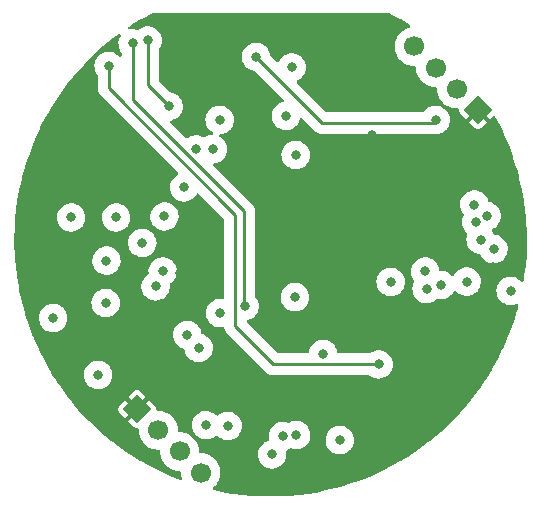
<source format=gbr>
%TF.GenerationSoftware,KiCad,Pcbnew,(6.0.0)*%
%TF.CreationDate,2023-06-19T18:06:32-05:00*%
%TF.ProjectId,RoundScanner,526f756e-6453-4636-916e-6e65722e6b69,1.0*%
%TF.SameCoordinates,Original*%
%TF.FileFunction,Copper,L2,Inr*%
%TF.FilePolarity,Positive*%
%FSLAX46Y46*%
G04 Gerber Fmt 4.6, Leading zero omitted, Abs format (unit mm)*
G04 Created by KiCad (PCBNEW (6.0.0)) date 2023-06-19 18:06:32*
%MOMM*%
%LPD*%
G01*
G04 APERTURE LIST*
G04 Aperture macros list*
%AMHorizOval*
0 Thick line with rounded ends*
0 $1 width*
0 $2 $3 position (X,Y) of the first rounded end (center of the circle)*
0 $4 $5 position (X,Y) of the second rounded end (center of the circle)*
0 Add line between two ends*
20,1,$1,$2,$3,$4,$5,0*
0 Add two circle primitives to create the rounded ends*
1,1,$1,$2,$3*
1,1,$1,$4,$5*%
%AMRotRect*
0 Rectangle, with rotation*
0 The origin of the aperture is its center*
0 $1 length*
0 $2 width*
0 $3 Rotation angle, in degrees counterclockwise*
0 Add horizontal line*
21,1,$1,$2,0,0,$3*%
G04 Aperture macros list end*
%TA.AperFunction,ComponentPad*%
%ADD10C,3.500000*%
%TD*%
%TA.AperFunction,ComponentPad*%
%ADD11RotRect,1.700000X1.700000X45.000000*%
%TD*%
%TA.AperFunction,ComponentPad*%
%ADD12HorizOval,1.700000X0.000000X0.000000X0.000000X0.000000X0*%
%TD*%
%TA.AperFunction,ComponentPad*%
%ADD13RotRect,1.700000X1.700000X225.000000*%
%TD*%
%TA.AperFunction,ComponentPad*%
%ADD14HorizOval,1.700000X0.000000X0.000000X0.000000X0.000000X0*%
%TD*%
%TA.AperFunction,ViaPad*%
%ADD15C,0.800000*%
%TD*%
%TA.AperFunction,Conductor*%
%ADD16C,0.250000*%
%TD*%
G04 APERTURE END LIST*
D10*
%TO.N,GND*%
%TO.C,H2*%
X72136000Y-97556000D03*
%TD*%
%TO.N,GND*%
%TO.C,H1*%
X103632000Y-115717000D03*
%TD*%
D11*
%TO.N,GND*%
%TO.C,J4*%
X106831000Y-96319000D03*
D12*
%TO.N,LED RESET*%
X105034949Y-94522949D03*
%TO.N,AS7341_INT*%
X103238898Y-92726898D03*
%TO.N,DRDY_INT*%
X101442846Y-90930846D03*
%TD*%
D13*
%TO.N,GND*%
%TO.C,J1*%
X77975672Y-121628317D03*
D14*
%TO.N,+3V3*%
X79771723Y-123424368D03*
%TO.N,SDA*%
X81567774Y-125220419D03*
%TO.N,SCL*%
X83363826Y-127016471D03*
%TD*%
D15*
%TO.N,+3V3*%
X90574204Y-96811500D03*
X78411285Y-107574192D03*
X81941000Y-102869000D03*
X89408000Y-125476000D03*
X76200000Y-105410000D03*
X106531000Y-104319000D03*
X74676000Y-118745000D03*
X93726000Y-116967000D03*
X70871000Y-113929000D03*
X84963000Y-97155000D03*
X85001000Y-113509000D03*
X105871000Y-110849000D03*
X91059000Y-92710000D03*
X91402051Y-100123252D03*
X91331250Y-112159250D03*
X83185000Y-116459000D03*
%TO.N,Net-(C2-Pad2)*%
X88048500Y-91816701D03*
X103251000Y-97155000D03*
%TO.N,/ADC/AIN+*%
X80645000Y-96012000D03*
X78867000Y-90424000D03*
%TO.N,SDA*%
X75381000Y-109069000D03*
X102362000Y-109982000D03*
X90321000Y-123919000D03*
X83819942Y-123004567D03*
X79536989Y-111252000D03*
%TO.N,LED RESET*%
X109601000Y-111633000D03*
%TO.N,Net-(R25-Pad1)*%
X103692257Y-111133368D03*
X108157333Y-108095500D03*
%TO.N,Net-(R26-Pad1)*%
X107061000Y-107315000D03*
X99441000Y-110871000D03*
%TO.N,Net-(R27-Pad1)*%
X106680000Y-105791000D03*
X82991000Y-99649000D03*
%TO.N,Net-(R28-Pad1)*%
X107569000Y-105283000D03*
X84391000Y-99629000D03*
%TO.N,DRDY_INT*%
X72390000Y-105410000D03*
%TO.N,SCL*%
X102487287Y-111476921D03*
X85641000Y-123059000D03*
X75315299Y-112644701D03*
X91440000Y-123825000D03*
%TO.N,Net-(D2-Pad2)*%
X95135000Y-124257513D03*
%TO.N,+1V8*%
X80141999Y-109974704D03*
X82231000Y-115369000D03*
%TO.N,/ADC/AIN2+*%
X75565000Y-92583000D03*
X98425000Y-117856000D03*
%TO.N,/ADC/AIN2-*%
X87080500Y-112919448D03*
X77597000Y-90678000D03*
%TO.N,GND*%
X105029000Y-119380000D03*
X99231000Y-89019000D03*
X102235000Y-117983000D03*
X84963000Y-116332000D03*
X89916000Y-89027000D03*
X107696000Y-98171000D03*
X85852000Y-92837000D03*
X108131000Y-109639000D03*
X99314000Y-116205000D03*
X95885000Y-89027000D03*
X101981000Y-122809000D03*
X81601000Y-110099000D03*
X106934000Y-115316000D03*
X106934000Y-117856000D03*
X108839000Y-99568000D03*
X97901000Y-98409000D03*
X84328000Y-88773000D03*
X100330000Y-93091000D03*
X73571000Y-113649000D03*
X83461000Y-106149000D03*
X72301000Y-109149000D03*
X100203000Y-123952000D03*
X79751000Y-126269000D03*
X79551000Y-116279000D03*
X85971000Y-128069000D03*
%TO.N,AS7341_INT*%
X80291000Y-105329000D03*
%TD*%
D16*
%TO.N,Net-(C2-Pad2)*%
X102997000Y-97409000D02*
X103251000Y-97155000D01*
X88048500Y-91816701D02*
X93640799Y-97409000D01*
X93640799Y-97409000D02*
X102997000Y-97409000D01*
%TO.N,/ADC/AIN+*%
X78867000Y-94234000D02*
X80645000Y-96012000D01*
X78867000Y-90424000D02*
X78867000Y-94234000D01*
%TO.N,/ADC/AIN2+*%
X75565000Y-92583000D02*
X75565000Y-94453000D01*
X86281000Y-105169000D02*
X86281000Y-114629000D01*
X86281000Y-114629000D02*
X89508000Y-117856000D01*
X89508000Y-117856000D02*
X98425000Y-117856000D01*
X75565000Y-94453000D02*
X86281000Y-105169000D01*
%TO.N,/ADC/AIN2-*%
X77597000Y-95477245D02*
X87030500Y-104910745D01*
X87030500Y-104910745D02*
X87030500Y-112869448D01*
X87030500Y-112869448D02*
X87080500Y-112919448D01*
X77597000Y-90678000D02*
X77597000Y-95477245D01*
%TD*%
%TA.AperFunction,Conductor*%
%TO.N,GND*%
G36*
X99414170Y-88150256D02*
G01*
X100033342Y-88486269D01*
X100037979Y-88488916D01*
X100292106Y-88641199D01*
X100827205Y-88961851D01*
X100831754Y-88964710D01*
X101051244Y-89109301D01*
X101097127Y-89163479D01*
X101106436Y-89233863D01*
X101076214Y-89298106D01*
X101011343Y-89337041D01*
X100931236Y-89356273D01*
X100926665Y-89358166D01*
X100926663Y-89358167D01*
X100695792Y-89453797D01*
X100695788Y-89453799D01*
X100691218Y-89455692D01*
X100469706Y-89591434D01*
X100272157Y-89760157D01*
X100103434Y-89957706D01*
X99967692Y-90179218D01*
X99965799Y-90183788D01*
X99965797Y-90183792D01*
X99949914Y-90222138D01*
X99868273Y-90419236D01*
X99867118Y-90424048D01*
X99808780Y-90667039D01*
X99808779Y-90667045D01*
X99807625Y-90671852D01*
X99787242Y-90930846D01*
X99807625Y-91189840D01*
X99808779Y-91194647D01*
X99808780Y-91194653D01*
X99830600Y-91285537D01*
X99868273Y-91442456D01*
X99870166Y-91447027D01*
X99870167Y-91447029D01*
X99957425Y-91657687D01*
X99967692Y-91682474D01*
X100103434Y-91903986D01*
X100272157Y-92101535D01*
X100469706Y-92270258D01*
X100691218Y-92406000D01*
X100695788Y-92407893D01*
X100695792Y-92407895D01*
X100926663Y-92503525D01*
X100931236Y-92505419D01*
X101019570Y-92526626D01*
X101179039Y-92564912D01*
X101179045Y-92564913D01*
X101183852Y-92566067D01*
X101442846Y-92586450D01*
X101447776Y-92586062D01*
X101447784Y-92586062D01*
X101448216Y-92586028D01*
X101448378Y-92586062D01*
X101452732Y-92586062D01*
X101452732Y-92586977D01*
X101517696Y-92600622D01*
X101568257Y-92650463D01*
X101582734Y-92717012D01*
X101583682Y-92717012D01*
X101583682Y-92721372D01*
X101583716Y-92721528D01*
X101583682Y-92721960D01*
X101583682Y-92721968D01*
X101583294Y-92726898D01*
X101603677Y-92985892D01*
X101604830Y-92990695D01*
X101604832Y-92990705D01*
X101621081Y-93058384D01*
X101664325Y-93238508D01*
X101666218Y-93243079D01*
X101666219Y-93243081D01*
X101730110Y-93397326D01*
X101763744Y-93478526D01*
X101899486Y-93700038D01*
X102068209Y-93897587D01*
X102265758Y-94066310D01*
X102487270Y-94202052D01*
X102491840Y-94203945D01*
X102491844Y-94203947D01*
X102722715Y-94299577D01*
X102727288Y-94301471D01*
X102815622Y-94322678D01*
X102975091Y-94360964D01*
X102975097Y-94360965D01*
X102979904Y-94362119D01*
X103238898Y-94382502D01*
X103243828Y-94382114D01*
X103243835Y-94382114D01*
X103244267Y-94382080D01*
X103244429Y-94382114D01*
X103248783Y-94382114D01*
X103248783Y-94383029D01*
X103313747Y-94396674D01*
X103364308Y-94446515D01*
X103378785Y-94513064D01*
X103379733Y-94513064D01*
X103379733Y-94517424D01*
X103379767Y-94517580D01*
X103379733Y-94518012D01*
X103379733Y-94518019D01*
X103379345Y-94522949D01*
X103399728Y-94781943D01*
X103400882Y-94786750D01*
X103400883Y-94786756D01*
X103413000Y-94837226D01*
X103460376Y-95034559D01*
X103462269Y-95039130D01*
X103462270Y-95039132D01*
X103531086Y-95205267D01*
X103559795Y-95274577D01*
X103695537Y-95496089D01*
X103864260Y-95693638D01*
X104061809Y-95862361D01*
X104283321Y-95998103D01*
X104287891Y-95999996D01*
X104287895Y-95999998D01*
X104508139Y-96091226D01*
X104523339Y-96097522D01*
X104611673Y-96118729D01*
X104771142Y-96157015D01*
X104771148Y-96157016D01*
X104775955Y-96158170D01*
X105034949Y-96178553D01*
X105039879Y-96178165D01*
X105039880Y-96178165D01*
X105093033Y-96173982D01*
X105162513Y-96188578D01*
X105213072Y-96238421D01*
X105228918Y-96299594D01*
X105228918Y-96372435D01*
X105231983Y-96391787D01*
X105265008Y-96493426D01*
X105273903Y-96510884D01*
X105320903Y-96575574D01*
X105327320Y-96583087D01*
X105792883Y-97048650D01*
X105806827Y-97056264D01*
X105808660Y-97056133D01*
X105815275Y-97051882D01*
X106741905Y-96125252D01*
X106804217Y-96091226D01*
X106875032Y-96096291D01*
X106920095Y-96125252D01*
X107843492Y-97048649D01*
X107857436Y-97056263D01*
X107859269Y-97056132D01*
X107865884Y-97051881D01*
X108084188Y-96833577D01*
X108146500Y-96799551D01*
X108217315Y-96804616D01*
X108274151Y-96847163D01*
X108282681Y-96860158D01*
X108311201Y-96910070D01*
X108346103Y-96971153D01*
X108348669Y-96975875D01*
X108770661Y-97793481D01*
X108773022Y-97798305D01*
X108837737Y-97938002D01*
X109159766Y-98633154D01*
X109161921Y-98638077D01*
X109512732Y-99488694D01*
X109514672Y-99493701D01*
X109767680Y-100190024D01*
X109828881Y-100358462D01*
X109830604Y-100363539D01*
X110089302Y-101182792D01*
X110107668Y-101240953D01*
X110109173Y-101246101D01*
X110295732Y-101938433D01*
X110348559Y-102134479D01*
X110349843Y-102139679D01*
X110514146Y-102872488D01*
X110551149Y-103037527D01*
X110552210Y-103042784D01*
X110572646Y-103156439D01*
X110715040Y-103948351D01*
X110715878Y-103953658D01*
X110839948Y-104865342D01*
X110840559Y-104870681D01*
X110885054Y-105349772D01*
X110920502Y-105731452D01*
X110925644Y-105786823D01*
X110926026Y-105792176D01*
X110966694Y-106605556D01*
X110971972Y-106711128D01*
X110972125Y-106716482D01*
X110973770Y-106941646D01*
X110978846Y-107636583D01*
X110978770Y-107641956D01*
X110946255Y-108561448D01*
X110945951Y-108566813D01*
X110874258Y-109484118D01*
X110873725Y-109489465D01*
X110867278Y-109542640D01*
X110764834Y-110387620D01*
X110762987Y-110402851D01*
X110762229Y-110408156D01*
X110718523Y-110673417D01*
X110705421Y-110752933D01*
X110674610Y-110816895D01*
X110614109Y-110854046D01*
X110543128Y-110852591D01*
X110495568Y-110824973D01*
X110339189Y-110680418D01*
X110339186Y-110680416D01*
X110334949Y-110676499D01*
X110148350Y-110558764D01*
X109943421Y-110477006D01*
X109937761Y-110475880D01*
X109937757Y-110475879D01*
X109732691Y-110435089D01*
X109732688Y-110435089D01*
X109727024Y-110433962D01*
X109721249Y-110433886D01*
X109721245Y-110433886D01*
X109610504Y-110432437D01*
X109506406Y-110431074D01*
X109500709Y-110432053D01*
X109500708Y-110432053D01*
X109294654Y-110467459D01*
X109294653Y-110467459D01*
X109288957Y-110468438D01*
X109081957Y-110544804D01*
X109076996Y-110547756D01*
X109076995Y-110547756D01*
X108900865Y-110652543D01*
X108892341Y-110657614D01*
X108726457Y-110803090D01*
X108589863Y-110976360D01*
X108487131Y-111171620D01*
X108421703Y-111382333D01*
X108395770Y-111601440D01*
X108410200Y-111821604D01*
X108411621Y-111827200D01*
X108411622Y-111827205D01*
X108442913Y-111950410D01*
X108464511Y-112035452D01*
X108466928Y-112040694D01*
X108466928Y-112040695D01*
X108468525Y-112044160D01*
X108556883Y-112235821D01*
X108684222Y-112416002D01*
X108842264Y-112569961D01*
X108847060Y-112573166D01*
X108847063Y-112573168D01*
X108958154Y-112647396D01*
X109025717Y-112692540D01*
X109031020Y-112694818D01*
X109031023Y-112694820D01*
X109223129Y-112777355D01*
X109228436Y-112779635D01*
X109308088Y-112797658D01*
X109437995Y-112827054D01*
X109438001Y-112827055D01*
X109443632Y-112828329D01*
X109449403Y-112828556D01*
X109449405Y-112828556D01*
X109517211Y-112831220D01*
X109664098Y-112836991D01*
X109773275Y-112821161D01*
X109876738Y-112806160D01*
X109876743Y-112806159D01*
X109882452Y-112805331D01*
X109887916Y-112803476D01*
X109887921Y-112803475D01*
X110091379Y-112734410D01*
X110092120Y-112736592D01*
X110152562Y-112728503D01*
X110216852Y-112758625D01*
X110254652Y-112818722D01*
X110255541Y-112884040D01*
X110200867Y-113099418D01*
X110195898Y-113118991D01*
X110194470Y-113124152D01*
X110082717Y-113496936D01*
X109930257Y-114005505D01*
X109928605Y-114010618D01*
X109627055Y-114879901D01*
X109625186Y-114884939D01*
X109460433Y-115301585D01*
X109321764Y-115652267D01*
X109286851Y-115740558D01*
X109284773Y-115745503D01*
X108922433Y-116558609D01*
X108910248Y-116585952D01*
X108907958Y-116590808D01*
X108813971Y-116779624D01*
X108497967Y-117414466D01*
X108495471Y-117419225D01*
X108050702Y-118224708D01*
X108048005Y-118229355D01*
X107997087Y-118312936D01*
X107569297Y-119015142D01*
X107566434Y-119019622D01*
X107346775Y-119347821D01*
X107054670Y-119784262D01*
X107051587Y-119788663D01*
X106507692Y-120530779D01*
X106504435Y-120535031D01*
X106213301Y-120898667D01*
X105929369Y-121253307D01*
X105925922Y-121257429D01*
X105320766Y-121950518D01*
X105317146Y-121954489D01*
X104683008Y-122621125D01*
X104679222Y-122624939D01*
X104017225Y-123263940D01*
X104013280Y-123267589D01*
X103678437Y-123564288D01*
X103377422Y-123831013D01*
X103324632Y-123877789D01*
X103320539Y-123881263D01*
X102778588Y-124321693D01*
X102606495Y-124461549D01*
X102602256Y-124464846D01*
X101864137Y-125014145D01*
X101859783Y-125017243D01*
X101521245Y-125247421D01*
X101098885Y-125534590D01*
X101094378Y-125537516D01*
X100869043Y-125677059D01*
X100393704Y-125971422D01*
X100312130Y-126021938D01*
X100307507Y-126024666D01*
X100266779Y-126047545D01*
X99505314Y-126475294D01*
X99500574Y-126477825D01*
X98679908Y-126893834D01*
X98675064Y-126896161D01*
X97837402Y-127276801D01*
X97832464Y-127278919D01*
X96979334Y-127623497D01*
X96974309Y-127625403D01*
X96107267Y-127933290D01*
X96102166Y-127934980D01*
X95222784Y-128205617D01*
X95217619Y-128207087D01*
X94327457Y-128439994D01*
X94322273Y-128441233D01*
X93908663Y-128530800D01*
X93423007Y-128635968D01*
X93417732Y-128636993D01*
X93009027Y-128707405D01*
X92510974Y-128793209D01*
X92505705Y-128794002D01*
X91593110Y-128911413D01*
X91587791Y-128911983D01*
X90952181Y-128966334D01*
X90671020Y-128990376D01*
X90665658Y-128990719D01*
X89746427Y-129029950D01*
X89741054Y-129030065D01*
X88820946Y-129030065D01*
X88815573Y-129029950D01*
X87896342Y-128990719D01*
X87890980Y-128990376D01*
X87609819Y-128966334D01*
X86974209Y-128911983D01*
X86968890Y-128911413D01*
X86056295Y-128794002D01*
X86051026Y-128793209D01*
X85552973Y-128707405D01*
X85144268Y-128636993D01*
X85138993Y-128635968D01*
X84486097Y-128494584D01*
X84423753Y-128460617D01*
X84389669Y-128398337D01*
X84394667Y-128327517D01*
X84430934Y-128275627D01*
X84530754Y-128190373D01*
X84530759Y-128190368D01*
X84534515Y-128187160D01*
X84703238Y-127989611D01*
X84838980Y-127768099D01*
X84891335Y-127641705D01*
X84936505Y-127532654D01*
X84936506Y-127532652D01*
X84938399Y-127528081D01*
X84967822Y-127405526D01*
X84997892Y-127280278D01*
X84997893Y-127280272D01*
X84999047Y-127275465D01*
X85019430Y-127016471D01*
X84999047Y-126757477D01*
X84997893Y-126752670D01*
X84997892Y-126752664D01*
X84956263Y-126579268D01*
X84938399Y-126504861D01*
X84936505Y-126500288D01*
X84840875Y-126269417D01*
X84840873Y-126269413D01*
X84838980Y-126264843D01*
X84703238Y-126043331D01*
X84534515Y-125845782D01*
X84336966Y-125677059D01*
X84115454Y-125541317D01*
X84110884Y-125539424D01*
X84110880Y-125539422D01*
X83881573Y-125444440D01*
X88202770Y-125444440D01*
X88217200Y-125664604D01*
X88218621Y-125670200D01*
X88218622Y-125670205D01*
X88262399Y-125842574D01*
X88271511Y-125878452D01*
X88273928Y-125883694D01*
X88273928Y-125883695D01*
X88314371Y-125971422D01*
X88363883Y-126078821D01*
X88491222Y-126259002D01*
X88649264Y-126412961D01*
X88654060Y-126416166D01*
X88654063Y-126416168D01*
X88738261Y-126472427D01*
X88832717Y-126535540D01*
X88838020Y-126537818D01*
X88838023Y-126537820D01*
X89030129Y-126620355D01*
X89035436Y-126622635D01*
X89115088Y-126640658D01*
X89244995Y-126670054D01*
X89245001Y-126670055D01*
X89250632Y-126671329D01*
X89256403Y-126671556D01*
X89256405Y-126671556D01*
X89324211Y-126674220D01*
X89471098Y-126679991D01*
X89580275Y-126664161D01*
X89683738Y-126649160D01*
X89683743Y-126649159D01*
X89689452Y-126648331D01*
X89694916Y-126646476D01*
X89694921Y-126646475D01*
X89892907Y-126579268D01*
X89892912Y-126579266D01*
X89898379Y-126577410D01*
X90090884Y-126469602D01*
X90260518Y-126328518D01*
X90401602Y-126158884D01*
X90477504Y-126023351D01*
X90506586Y-125971422D01*
X90506587Y-125971420D01*
X90509410Y-125966379D01*
X90511266Y-125960912D01*
X90511268Y-125960907D01*
X90578475Y-125762921D01*
X90578476Y-125762916D01*
X90580331Y-125757452D01*
X90581159Y-125751743D01*
X90581160Y-125751738D01*
X90611458Y-125542772D01*
X90611991Y-125539098D01*
X90613643Y-125476000D01*
X90598743Y-125313843D01*
X90593983Y-125262042D01*
X90593982Y-125262038D01*
X90593454Y-125256289D01*
X90584238Y-125223611D01*
X90584999Y-125152618D01*
X90624021Y-125093307D01*
X90665006Y-125070097D01*
X90805914Y-125022265D01*
X90805913Y-125022265D01*
X90811379Y-125020410D01*
X90917610Y-124960918D01*
X90986818Y-124945085D01*
X91028913Y-124955085D01*
X91062125Y-124969354D01*
X91062132Y-124969356D01*
X91067436Y-124971635D01*
X91147088Y-124989658D01*
X91276995Y-125019054D01*
X91277001Y-125019055D01*
X91282632Y-125020329D01*
X91288403Y-125020556D01*
X91288405Y-125020556D01*
X91356211Y-125023220D01*
X91503098Y-125028991D01*
X91612275Y-125013161D01*
X91715738Y-124998160D01*
X91715743Y-124998159D01*
X91721452Y-124997331D01*
X91726916Y-124995476D01*
X91726921Y-124995475D01*
X91924907Y-124928268D01*
X91924912Y-124928266D01*
X91930379Y-124926410D01*
X92122884Y-124818602D01*
X92185696Y-124766362D01*
X92288086Y-124681204D01*
X92292518Y-124677518D01*
X92321827Y-124642278D01*
X92429908Y-124512326D01*
X92429910Y-124512323D01*
X92433602Y-124507884D01*
X92501970Y-124385805D01*
X92538586Y-124320422D01*
X92538587Y-124320420D01*
X92541410Y-124315379D01*
X92543266Y-124309912D01*
X92543268Y-124309907D01*
X92571766Y-124225953D01*
X93929770Y-124225953D01*
X93944200Y-124446117D01*
X93945621Y-124451713D01*
X93945622Y-124451718D01*
X93976489Y-124573254D01*
X93998511Y-124659965D01*
X94000928Y-124665207D01*
X94000928Y-124665208D01*
X94074349Y-124824470D01*
X94090883Y-124860334D01*
X94218222Y-125040515D01*
X94376264Y-125194474D01*
X94381060Y-125197679D01*
X94381063Y-125197681D01*
X94465261Y-125253940D01*
X94559717Y-125317053D01*
X94565020Y-125319331D01*
X94565023Y-125319333D01*
X94708236Y-125380862D01*
X94762436Y-125404148D01*
X94842088Y-125422171D01*
X94971995Y-125451567D01*
X94972001Y-125451568D01*
X94977632Y-125452842D01*
X94983403Y-125453069D01*
X94983405Y-125453069D01*
X95051211Y-125455733D01*
X95198098Y-125461504D01*
X95320255Y-125443792D01*
X95410738Y-125430673D01*
X95410743Y-125430672D01*
X95416452Y-125429844D01*
X95421916Y-125427989D01*
X95421921Y-125427988D01*
X95619907Y-125360781D01*
X95619912Y-125360779D01*
X95625379Y-125358923D01*
X95817884Y-125251115D01*
X95841986Y-125231070D01*
X95983086Y-125113717D01*
X95987518Y-125110031D01*
X96054919Y-125028991D01*
X96124908Y-124944839D01*
X96124910Y-124944836D01*
X96128602Y-124940397D01*
X96196386Y-124819360D01*
X96233586Y-124752935D01*
X96233587Y-124752933D01*
X96236410Y-124747892D01*
X96238266Y-124742425D01*
X96238268Y-124742420D01*
X96305475Y-124544434D01*
X96305476Y-124544429D01*
X96307331Y-124538965D01*
X96308159Y-124533256D01*
X96308160Y-124533251D01*
X96338458Y-124324285D01*
X96338991Y-124320611D01*
X96340643Y-124257513D01*
X96320454Y-124037802D01*
X96309277Y-123998169D01*
X96277139Y-123884218D01*
X96260565Y-123825449D01*
X96162980Y-123627566D01*
X96131053Y-123584810D01*
X96034420Y-123455404D01*
X96034420Y-123455403D01*
X96030967Y-123450780D01*
X95868949Y-123301012D01*
X95682350Y-123183277D01*
X95477421Y-123101519D01*
X95471761Y-123100393D01*
X95471757Y-123100392D01*
X95266691Y-123059602D01*
X95266688Y-123059602D01*
X95261024Y-123058475D01*
X95255249Y-123058399D01*
X95255245Y-123058399D01*
X95144504Y-123056950D01*
X95040406Y-123055587D01*
X95034709Y-123056566D01*
X95034708Y-123056566D01*
X94828654Y-123091972D01*
X94828653Y-123091972D01*
X94822957Y-123092951D01*
X94615957Y-123169317D01*
X94610996Y-123172269D01*
X94610995Y-123172269D01*
X94456911Y-123263940D01*
X94426341Y-123282127D01*
X94260457Y-123427603D01*
X94123863Y-123600873D01*
X94021131Y-123796133D01*
X93990989Y-123893206D01*
X93960335Y-123991930D01*
X93955703Y-124006846D01*
X93929770Y-124225953D01*
X92571766Y-124225953D01*
X92610475Y-124111921D01*
X92610476Y-124111916D01*
X92612331Y-124106452D01*
X92613159Y-124100743D01*
X92613160Y-124100738D01*
X92643458Y-123891772D01*
X92643991Y-123888098D01*
X92645643Y-123825000D01*
X92625454Y-123605289D01*
X92619679Y-123584810D01*
X92585364Y-123463138D01*
X92565565Y-123392936D01*
X92467980Y-123195053D01*
X92462262Y-123187395D01*
X92339420Y-123022891D01*
X92339420Y-123022890D01*
X92335967Y-123018267D01*
X92173949Y-122868499D01*
X91987350Y-122750764D01*
X91782421Y-122669006D01*
X91776761Y-122667880D01*
X91776757Y-122667879D01*
X91571691Y-122627089D01*
X91571688Y-122627089D01*
X91566024Y-122625962D01*
X91560249Y-122625886D01*
X91560245Y-122625886D01*
X91449504Y-122624437D01*
X91345406Y-122623074D01*
X91339709Y-122624053D01*
X91339708Y-122624053D01*
X91133654Y-122659459D01*
X91133653Y-122659459D01*
X91127957Y-122660438D01*
X90920957Y-122736804D01*
X90916000Y-122739753D01*
X90915998Y-122739754D01*
X90844616Y-122782222D01*
X90775846Y-122799861D01*
X90733504Y-122790966D01*
X90668785Y-122765146D01*
X90663421Y-122763006D01*
X90657761Y-122761880D01*
X90657757Y-122761879D01*
X90452691Y-122721089D01*
X90452688Y-122721089D01*
X90447024Y-122719962D01*
X90441249Y-122719886D01*
X90441245Y-122719886D01*
X90330504Y-122718437D01*
X90226406Y-122717074D01*
X90220709Y-122718053D01*
X90220708Y-122718053D01*
X90014654Y-122753459D01*
X90014653Y-122753459D01*
X90008957Y-122754438D01*
X89801957Y-122830804D01*
X89796996Y-122833756D01*
X89796995Y-122833756D01*
X89671892Y-122908185D01*
X89612341Y-122943614D01*
X89446457Y-123089090D01*
X89309863Y-123262360D01*
X89207131Y-123457620D01*
X89141703Y-123668333D01*
X89115770Y-123887440D01*
X89130200Y-124107604D01*
X89141597Y-124152477D01*
X89146673Y-124172465D01*
X89144055Y-124243414D01*
X89103495Y-124301684D01*
X89068161Y-124321692D01*
X88888957Y-124387804D01*
X88883996Y-124390756D01*
X88883995Y-124390756D01*
X88759924Y-124464571D01*
X88699341Y-124500614D01*
X88533457Y-124646090D01*
X88396863Y-124819360D01*
X88294131Y-125014620D01*
X88228703Y-125225333D01*
X88202770Y-125444440D01*
X83881573Y-125444440D01*
X83880009Y-125443792D01*
X83880007Y-125443791D01*
X83875436Y-125441898D01*
X83787102Y-125420691D01*
X83627633Y-125382405D01*
X83627627Y-125382404D01*
X83622820Y-125381250D01*
X83363826Y-125360867D01*
X83358896Y-125361255D01*
X83358888Y-125361255D01*
X83358456Y-125361289D01*
X83358294Y-125361255D01*
X83353940Y-125361255D01*
X83353940Y-125360340D01*
X83288976Y-125346695D01*
X83238415Y-125296854D01*
X83223938Y-125230305D01*
X83222990Y-125230305D01*
X83222990Y-125225945D01*
X83222956Y-125225789D01*
X83222990Y-125225357D01*
X83222990Y-125225349D01*
X83223378Y-125220419D01*
X83202995Y-124961425D01*
X83201841Y-124956618D01*
X83201840Y-124956612D01*
X83155544Y-124763780D01*
X83142347Y-124708809D01*
X83096558Y-124598265D01*
X83044823Y-124473365D01*
X83044821Y-124473361D01*
X83042928Y-124468791D01*
X82907186Y-124247279D01*
X82738463Y-124049730D01*
X82540914Y-123881007D01*
X82319402Y-123745265D01*
X82314832Y-123743372D01*
X82314828Y-123743370D01*
X82083957Y-123647740D01*
X82083955Y-123647739D01*
X82079384Y-123645846D01*
X81983970Y-123622939D01*
X81831581Y-123586353D01*
X81831575Y-123586352D01*
X81826768Y-123585198D01*
X81567774Y-123564815D01*
X81562844Y-123565203D01*
X81562837Y-123565203D01*
X81562405Y-123565237D01*
X81562243Y-123565203D01*
X81557889Y-123565203D01*
X81557889Y-123564288D01*
X81492925Y-123550643D01*
X81442364Y-123500802D01*
X81427887Y-123434253D01*
X81426939Y-123434253D01*
X81426939Y-123429893D01*
X81426905Y-123429737D01*
X81426939Y-123429305D01*
X81426939Y-123429298D01*
X81427327Y-123424368D01*
X81406944Y-123165374D01*
X81405790Y-123160567D01*
X81405789Y-123160561D01*
X81362145Y-122978773D01*
X81360761Y-122973007D01*
X82614712Y-122973007D01*
X82615090Y-122978773D01*
X82628634Y-123185414D01*
X82629142Y-123193171D01*
X82630563Y-123198767D01*
X82630564Y-123198772D01*
X82678560Y-123387753D01*
X82683453Y-123407019D01*
X82685870Y-123412261D01*
X82685870Y-123412262D01*
X82709324Y-123463138D01*
X82775825Y-123607388D01*
X82903164Y-123787569D01*
X83061206Y-123941528D01*
X83066002Y-123944733D01*
X83066005Y-123944735D01*
X83205291Y-124037802D01*
X83244659Y-124064107D01*
X83249962Y-124066385D01*
X83249965Y-124066387D01*
X83371355Y-124118540D01*
X83447378Y-124151202D01*
X83496283Y-124162268D01*
X83656937Y-124198621D01*
X83656943Y-124198622D01*
X83662574Y-124199896D01*
X83668345Y-124200123D01*
X83668347Y-124200123D01*
X83736153Y-124202787D01*
X83883040Y-124208558D01*
X83992217Y-124192728D01*
X84095680Y-124177727D01*
X84095685Y-124177726D01*
X84101394Y-124176898D01*
X84106858Y-124175043D01*
X84106863Y-124175042D01*
X84304849Y-124107835D01*
X84304854Y-124107833D01*
X84310321Y-124105977D01*
X84317716Y-124101836D01*
X84390817Y-124060897D01*
X84502826Y-123998169D01*
X84621508Y-123899461D01*
X84686674Y-123871280D01*
X84756729Y-123882804D01*
X84790001Y-123906082D01*
X84878125Y-123991930D01*
X84878132Y-123991935D01*
X84882264Y-123995961D01*
X84887060Y-123999166D01*
X84887063Y-123999168D01*
X84971261Y-124055427D01*
X85065717Y-124118540D01*
X85071020Y-124120818D01*
X85071023Y-124120820D01*
X85252110Y-124198621D01*
X85268436Y-124205635D01*
X85348088Y-124223658D01*
X85477995Y-124253054D01*
X85478001Y-124253055D01*
X85483632Y-124254329D01*
X85489403Y-124254556D01*
X85489405Y-124254556D01*
X85557211Y-124257220D01*
X85704098Y-124262991D01*
X85813275Y-124247161D01*
X85916738Y-124232160D01*
X85916743Y-124232159D01*
X85922452Y-124231331D01*
X85927916Y-124229476D01*
X85927921Y-124229475D01*
X86125907Y-124162268D01*
X86125912Y-124162266D01*
X86131379Y-124160410D01*
X86145545Y-124152477D01*
X86309072Y-124060897D01*
X86323884Y-124052602D01*
X86331195Y-124046522D01*
X86489086Y-123915204D01*
X86493518Y-123911518D01*
X86584894Y-123801651D01*
X86630908Y-123746326D01*
X86630910Y-123746323D01*
X86634602Y-123741884D01*
X86721704Y-123586353D01*
X86739586Y-123554422D01*
X86739587Y-123554420D01*
X86742410Y-123549379D01*
X86744266Y-123543912D01*
X86744268Y-123543907D01*
X86811475Y-123345921D01*
X86811476Y-123345916D01*
X86813331Y-123340452D01*
X86814159Y-123334743D01*
X86814160Y-123334738D01*
X86836431Y-123181137D01*
X86844991Y-123122098D01*
X86846643Y-123059000D01*
X86826454Y-122839289D01*
X86766565Y-122626936D01*
X86681994Y-122455442D01*
X86671535Y-122434234D01*
X86668980Y-122429053D01*
X86536967Y-122252267D01*
X86374949Y-122102499D01*
X86188350Y-121984764D01*
X85983421Y-121903006D01*
X85977761Y-121901880D01*
X85977757Y-121901879D01*
X85772691Y-121861089D01*
X85772688Y-121861089D01*
X85767024Y-121859962D01*
X85761249Y-121859886D01*
X85761245Y-121859886D01*
X85650504Y-121858437D01*
X85546406Y-121857074D01*
X85540709Y-121858053D01*
X85540708Y-121858053D01*
X85334654Y-121893459D01*
X85334653Y-121893459D01*
X85328957Y-121894438D01*
X85121957Y-121970804D01*
X85116996Y-121973756D01*
X85116995Y-121973756D01*
X84992092Y-122048066D01*
X84932341Y-122083614D01*
X84914321Y-122099417D01*
X84843166Y-122161818D01*
X84778762Y-122191695D01*
X84708429Y-122182009D01*
X84674560Y-122159611D01*
X84558131Y-122051985D01*
X84558128Y-122051983D01*
X84553891Y-122048066D01*
X84367292Y-121930331D01*
X84162363Y-121848573D01*
X84156703Y-121847447D01*
X84156699Y-121847446D01*
X83951633Y-121806656D01*
X83951630Y-121806656D01*
X83945966Y-121805529D01*
X83940191Y-121805453D01*
X83940187Y-121805453D01*
X83829446Y-121804004D01*
X83725348Y-121802641D01*
X83719651Y-121803620D01*
X83719650Y-121803620D01*
X83513596Y-121839026D01*
X83513595Y-121839026D01*
X83507899Y-121840005D01*
X83300899Y-121916371D01*
X83295938Y-121919323D01*
X83295937Y-121919323D01*
X83209406Y-121970804D01*
X83111283Y-122029181D01*
X82945399Y-122174657D01*
X82808805Y-122347927D01*
X82706073Y-122543187D01*
X82640645Y-122753900D01*
X82614712Y-122973007D01*
X81360761Y-122973007D01*
X81346296Y-122912758D01*
X81329587Y-122872418D01*
X81248772Y-122677314D01*
X81248770Y-122677310D01*
X81246877Y-122672740D01*
X81111135Y-122451228D01*
X80942412Y-122253679D01*
X80744863Y-122084956D01*
X80523351Y-121949214D01*
X80518781Y-121947321D01*
X80518777Y-121947319D01*
X80287906Y-121851689D01*
X80287904Y-121851688D01*
X80283333Y-121849795D01*
X80160066Y-121820201D01*
X80035530Y-121790302D01*
X80035524Y-121790301D01*
X80030717Y-121789147D01*
X79771723Y-121768764D01*
X79766793Y-121769152D01*
X79766792Y-121769152D01*
X79713639Y-121773335D01*
X79644159Y-121758739D01*
X79593600Y-121708896D01*
X79577754Y-121647723D01*
X79577754Y-121574882D01*
X79574689Y-121555530D01*
X79541664Y-121453891D01*
X79532769Y-121436433D01*
X79485769Y-121371743D01*
X79479352Y-121364230D01*
X79013789Y-120898667D01*
X78999845Y-120891053D01*
X78998012Y-120891184D01*
X78991397Y-120895435D01*
X77246023Y-122640809D01*
X77238409Y-122654753D01*
X77238540Y-122656586D01*
X77242791Y-122663201D01*
X77711582Y-123131992D01*
X77719099Y-123138413D01*
X77783789Y-123185414D01*
X77801246Y-123194309D01*
X77902885Y-123227334D01*
X77922237Y-123230399D01*
X77995078Y-123230399D01*
X78063199Y-123250401D01*
X78109692Y-123304057D01*
X78120690Y-123366284D01*
X78118593Y-123392936D01*
X78116119Y-123424368D01*
X78136502Y-123683362D01*
X78137656Y-123688169D01*
X78137657Y-123688175D01*
X78160388Y-123782854D01*
X78197150Y-123935978D01*
X78199043Y-123940549D01*
X78199044Y-123940551D01*
X78290883Y-124162268D01*
X78296569Y-124175996D01*
X78432311Y-124397508D01*
X78601034Y-124595057D01*
X78798583Y-124763780D01*
X79020095Y-124899522D01*
X79024665Y-124901415D01*
X79024669Y-124901417D01*
X79251745Y-124995475D01*
X79260113Y-124998941D01*
X79337791Y-125017590D01*
X79507916Y-125058434D01*
X79507922Y-125058435D01*
X79512729Y-125059589D01*
X79771723Y-125079972D01*
X79776653Y-125079584D01*
X79776660Y-125079584D01*
X79777092Y-125079550D01*
X79777254Y-125079584D01*
X79781608Y-125079584D01*
X79781608Y-125080499D01*
X79846572Y-125094144D01*
X79897133Y-125143985D01*
X79911610Y-125210534D01*
X79912558Y-125210534D01*
X79912558Y-125214894D01*
X79912592Y-125215050D01*
X79912558Y-125215482D01*
X79912558Y-125215489D01*
X79912170Y-125220419D01*
X79932553Y-125479413D01*
X79933707Y-125484220D01*
X79933708Y-125484226D01*
X79971994Y-125643695D01*
X79993201Y-125732029D01*
X79995094Y-125736600D01*
X79995095Y-125736602D01*
X80088006Y-125960907D01*
X80092620Y-125972047D01*
X80228362Y-126193559D01*
X80397085Y-126391108D01*
X80594634Y-126559831D01*
X80816146Y-126695573D01*
X80820716Y-126697466D01*
X80820720Y-126697468D01*
X81051591Y-126793098D01*
X81056164Y-126794992D01*
X81144498Y-126816199D01*
X81303967Y-126854485D01*
X81303973Y-126854486D01*
X81308780Y-126855640D01*
X81567774Y-126876023D01*
X81572704Y-126875635D01*
X81572712Y-126875635D01*
X81573144Y-126875601D01*
X81573306Y-126875635D01*
X81577660Y-126875635D01*
X81577660Y-126876550D01*
X81642624Y-126890195D01*
X81693185Y-126940036D01*
X81707662Y-127006585D01*
X81708610Y-127006585D01*
X81708610Y-127010945D01*
X81708644Y-127011101D01*
X81708610Y-127011533D01*
X81708610Y-127011541D01*
X81708222Y-127016471D01*
X81728605Y-127275465D01*
X81729759Y-127280272D01*
X81729760Y-127280278D01*
X81779350Y-127486833D01*
X81775803Y-127557741D01*
X81734483Y-127615475D01*
X81668510Y-127641705D01*
X81614666Y-127634982D01*
X81587689Y-127625402D01*
X81582666Y-127623497D01*
X80729536Y-127278919D01*
X80724598Y-127276801D01*
X79886936Y-126896161D01*
X79882092Y-126893834D01*
X79061426Y-126477825D01*
X79056686Y-126475294D01*
X78295221Y-126047545D01*
X78254493Y-126024666D01*
X78249870Y-126021938D01*
X78168297Y-125971422D01*
X77692957Y-125677059D01*
X77467622Y-125537516D01*
X77463115Y-125534590D01*
X77040755Y-125247421D01*
X76702217Y-125017243D01*
X76697863Y-125014145D01*
X75959744Y-124464846D01*
X75955505Y-124461549D01*
X75783412Y-124321693D01*
X75241461Y-123881263D01*
X75237368Y-123877789D01*
X75184579Y-123831013D01*
X74883563Y-123564288D01*
X74548720Y-123267589D01*
X74544775Y-123263940D01*
X73882778Y-122624939D01*
X73878992Y-122621125D01*
X73244854Y-121954489D01*
X73241234Y-121950518D01*
X73006567Y-121681752D01*
X76373590Y-121681752D01*
X76376655Y-121701104D01*
X76409680Y-121802743D01*
X76418575Y-121820201D01*
X76465575Y-121884891D01*
X76471992Y-121892404D01*
X76937555Y-122357967D01*
X76951499Y-122365581D01*
X76953332Y-122365450D01*
X76959947Y-122361199D01*
X77680017Y-121641129D01*
X77687631Y-121627185D01*
X77687500Y-121625352D01*
X77683249Y-121618737D01*
X76963180Y-120898668D01*
X76949236Y-120891054D01*
X76947403Y-120891185D01*
X76940788Y-120895436D01*
X76471997Y-121364227D01*
X76465576Y-121371744D01*
X76418575Y-121436434D01*
X76409680Y-121453891D01*
X76376655Y-121555530D01*
X76373590Y-121574882D01*
X76373590Y-121681752D01*
X73006567Y-121681752D01*
X72636078Y-121257429D01*
X72632631Y-121253307D01*
X72348699Y-120898667D01*
X72112898Y-120604144D01*
X77238408Y-120604144D01*
X77238539Y-120605977D01*
X77242790Y-120612592D01*
X77962860Y-121332662D01*
X77976804Y-121340276D01*
X77978637Y-121340145D01*
X77985252Y-121335894D01*
X78705321Y-120615825D01*
X78712935Y-120601881D01*
X78712804Y-120600048D01*
X78708553Y-120593433D01*
X78239762Y-120124642D01*
X78232245Y-120118221D01*
X78167555Y-120071220D01*
X78150098Y-120062325D01*
X78048459Y-120029300D01*
X78029107Y-120026235D01*
X77922237Y-120026235D01*
X77902885Y-120029300D01*
X77801246Y-120062325D01*
X77783788Y-120071220D01*
X77719098Y-120118220D01*
X77711585Y-120124637D01*
X77246022Y-120590200D01*
X77238408Y-120604144D01*
X72112898Y-120604144D01*
X72057565Y-120535031D01*
X72054308Y-120530779D01*
X71510413Y-119788663D01*
X71507330Y-119784262D01*
X71215225Y-119347821D01*
X70995566Y-119019622D01*
X70992703Y-119015142D01*
X70808904Y-118713440D01*
X73470770Y-118713440D01*
X73485200Y-118933604D01*
X73486621Y-118939200D01*
X73486622Y-118939205D01*
X73538090Y-119141857D01*
X73539511Y-119147452D01*
X73541928Y-119152694D01*
X73541928Y-119152695D01*
X73580046Y-119235379D01*
X73631883Y-119347821D01*
X73759222Y-119528002D01*
X73917264Y-119681961D01*
X73922060Y-119685166D01*
X73922063Y-119685168D01*
X74006261Y-119741427D01*
X74100717Y-119804540D01*
X74106020Y-119806818D01*
X74106023Y-119806820D01*
X74298129Y-119889355D01*
X74303436Y-119891635D01*
X74383088Y-119909658D01*
X74512995Y-119939054D01*
X74513001Y-119939055D01*
X74518632Y-119940329D01*
X74524403Y-119940556D01*
X74524405Y-119940556D01*
X74592211Y-119943220D01*
X74739098Y-119948991D01*
X74848275Y-119933161D01*
X74951738Y-119918160D01*
X74951743Y-119918159D01*
X74957452Y-119917331D01*
X74962916Y-119915476D01*
X74962921Y-119915475D01*
X75160907Y-119848268D01*
X75160912Y-119848266D01*
X75166379Y-119846410D01*
X75358884Y-119738602D01*
X75528518Y-119597518D01*
X75669602Y-119427884D01*
X75777410Y-119235379D01*
X75779266Y-119229912D01*
X75779268Y-119229907D01*
X75846475Y-119031921D01*
X75846476Y-119031916D01*
X75848331Y-119026452D01*
X75849159Y-119020743D01*
X75849160Y-119020738D01*
X75868346Y-118888413D01*
X75879991Y-118808098D01*
X75881643Y-118745000D01*
X75861454Y-118525289D01*
X75848313Y-118478692D01*
X75810997Y-118346379D01*
X75801565Y-118312936D01*
X75703980Y-118115053D01*
X75571967Y-117938267D01*
X75409949Y-117788499D01*
X75223350Y-117670764D01*
X75018421Y-117589006D01*
X75012761Y-117587880D01*
X75012757Y-117587879D01*
X74807691Y-117547089D01*
X74807688Y-117547089D01*
X74802024Y-117545962D01*
X74796249Y-117545886D01*
X74796245Y-117545886D01*
X74685504Y-117544437D01*
X74581406Y-117543074D01*
X74575709Y-117544053D01*
X74575708Y-117544053D01*
X74369654Y-117579459D01*
X74369653Y-117579459D01*
X74363957Y-117580438D01*
X74156957Y-117656804D01*
X74151996Y-117659756D01*
X74151995Y-117659756D01*
X73993213Y-117754222D01*
X73967341Y-117769614D01*
X73801457Y-117915090D01*
X73664863Y-118088360D01*
X73562131Y-118283620D01*
X73496703Y-118494333D01*
X73470770Y-118713440D01*
X70808904Y-118713440D01*
X70564913Y-118312936D01*
X70513995Y-118229355D01*
X70511298Y-118224708D01*
X70066529Y-117419225D01*
X70064033Y-117414466D01*
X69748029Y-116779624D01*
X69654042Y-116590808D01*
X69651752Y-116585952D01*
X69639567Y-116558609D01*
X69277227Y-115745503D01*
X69275149Y-115740558D01*
X69240237Y-115652267D01*
X69115745Y-115337440D01*
X81025770Y-115337440D01*
X81040200Y-115557604D01*
X81041621Y-115563200D01*
X81041622Y-115563205D01*
X81087923Y-115745512D01*
X81094511Y-115771452D01*
X81096928Y-115776694D01*
X81096928Y-115776695D01*
X81121066Y-115829053D01*
X81186883Y-115971821D01*
X81314222Y-116152002D01*
X81472264Y-116305961D01*
X81477060Y-116309166D01*
X81477063Y-116309168D01*
X81623226Y-116406830D01*
X81655717Y-116428540D01*
X81661020Y-116430818D01*
X81661023Y-116430820D01*
X81835125Y-116505620D01*
X81858436Y-116515635D01*
X81895696Y-116524066D01*
X81957722Y-116558609D01*
X81991227Y-116621202D01*
X81993617Y-116638710D01*
X81994200Y-116647604D01*
X81995621Y-116653200D01*
X81995622Y-116653205D01*
X82029055Y-116784845D01*
X82048511Y-116861452D01*
X82050928Y-116866694D01*
X82050928Y-116866695D01*
X82089046Y-116949379D01*
X82140883Y-117061821D01*
X82268222Y-117242002D01*
X82426264Y-117395961D01*
X82431060Y-117399166D01*
X82431063Y-117399168D01*
X82515261Y-117455427D01*
X82609717Y-117518540D01*
X82615020Y-117520818D01*
X82615023Y-117520820D01*
X82753788Y-117580438D01*
X82812436Y-117605635D01*
X82892088Y-117623658D01*
X83021995Y-117653054D01*
X83022001Y-117653055D01*
X83027632Y-117654329D01*
X83033403Y-117654556D01*
X83033405Y-117654556D01*
X83101211Y-117657220D01*
X83248098Y-117662991D01*
X83357275Y-117647161D01*
X83460738Y-117632160D01*
X83460743Y-117632159D01*
X83466452Y-117631331D01*
X83471916Y-117629476D01*
X83471921Y-117629475D01*
X83669907Y-117562268D01*
X83669912Y-117562266D01*
X83675379Y-117560410D01*
X83699166Y-117547089D01*
X83755875Y-117515330D01*
X83867884Y-117452602D01*
X83908016Y-117419225D01*
X84033086Y-117315204D01*
X84037518Y-117311518D01*
X84178602Y-117141884D01*
X84286410Y-116949379D01*
X84288266Y-116943912D01*
X84288268Y-116943907D01*
X84355475Y-116745921D01*
X84355476Y-116745916D01*
X84357331Y-116740452D01*
X84358159Y-116734743D01*
X84358160Y-116734738D01*
X84379379Y-116588391D01*
X84388991Y-116522098D01*
X84390643Y-116459000D01*
X84370454Y-116239289D01*
X84310565Y-116026936D01*
X84212980Y-115829053D01*
X84192375Y-115801459D01*
X84084420Y-115656891D01*
X84084420Y-115656890D01*
X84080967Y-115652267D01*
X83918949Y-115502499D01*
X83732350Y-115384764D01*
X83527421Y-115303006D01*
X83521654Y-115301859D01*
X83521058Y-115301740D01*
X83520761Y-115301585D01*
X83516215Y-115300238D01*
X83516479Y-115299345D01*
X83458148Y-115268834D01*
X83423016Y-115207139D01*
X83420167Y-115189692D01*
X83416983Y-115155046D01*
X83416454Y-115149289D01*
X83356565Y-114936936D01*
X83258980Y-114739053D01*
X83239519Y-114712991D01*
X83130420Y-114566891D01*
X83130420Y-114566890D01*
X83126967Y-114562267D01*
X82996792Y-114441934D01*
X82969189Y-114416418D01*
X82969186Y-114416416D01*
X82964949Y-114412499D01*
X82778350Y-114294764D01*
X82573421Y-114213006D01*
X82567761Y-114211880D01*
X82567757Y-114211879D01*
X82362691Y-114171089D01*
X82362688Y-114171089D01*
X82357024Y-114169962D01*
X82351249Y-114169886D01*
X82351245Y-114169886D01*
X82240504Y-114168437D01*
X82136406Y-114167074D01*
X82130709Y-114168053D01*
X82130708Y-114168053D01*
X81924654Y-114203459D01*
X81924653Y-114203459D01*
X81918957Y-114204438D01*
X81711957Y-114280804D01*
X81706996Y-114283756D01*
X81706995Y-114283756D01*
X81626826Y-114331452D01*
X81522341Y-114393614D01*
X81356457Y-114539090D01*
X81219863Y-114712360D01*
X81117131Y-114907620D01*
X81051703Y-115118333D01*
X81025770Y-115337440D01*
X69115745Y-115337440D01*
X69101567Y-115301585D01*
X68936814Y-114884939D01*
X68934945Y-114879901D01*
X68633395Y-114010618D01*
X68631743Y-114005505D01*
X68599347Y-113897440D01*
X69665770Y-113897440D01*
X69680200Y-114117604D01*
X69681621Y-114123200D01*
X69681622Y-114123205D01*
X69721140Y-114278806D01*
X69734511Y-114331452D01*
X69736928Y-114336694D01*
X69736928Y-114336695D01*
X69773681Y-114416418D01*
X69826883Y-114531821D01*
X69954222Y-114712002D01*
X70112264Y-114865961D01*
X70117060Y-114869166D01*
X70117063Y-114869168D01*
X70201261Y-114925427D01*
X70295717Y-114988540D01*
X70301020Y-114990818D01*
X70301023Y-114990820D01*
X70487105Y-115070767D01*
X70498436Y-115075635D01*
X70578088Y-115093658D01*
X70707995Y-115123054D01*
X70708001Y-115123055D01*
X70713632Y-115124329D01*
X70719403Y-115124556D01*
X70719405Y-115124556D01*
X70787211Y-115127220D01*
X70934098Y-115132991D01*
X71043275Y-115117161D01*
X71146738Y-115102160D01*
X71146743Y-115102159D01*
X71152452Y-115101331D01*
X71157916Y-115099476D01*
X71157921Y-115099475D01*
X71355907Y-115032268D01*
X71355912Y-115032266D01*
X71361379Y-115030410D01*
X71402274Y-115007508D01*
X71494028Y-114956123D01*
X71553884Y-114922602D01*
X71565264Y-114913138D01*
X71719086Y-114785204D01*
X71723518Y-114781518D01*
X71762684Y-114734426D01*
X71860908Y-114616326D01*
X71860910Y-114616323D01*
X71864602Y-114611884D01*
X71955727Y-114449168D01*
X71969586Y-114424422D01*
X71969587Y-114424420D01*
X71972410Y-114419379D01*
X71974266Y-114413912D01*
X71974268Y-114413907D01*
X72041475Y-114215921D01*
X72041476Y-114215916D01*
X72043331Y-114210452D01*
X72044159Y-114204743D01*
X72044160Y-114204738D01*
X72063346Y-114072413D01*
X72074991Y-113992098D01*
X72076643Y-113929000D01*
X72056454Y-113709289D01*
X71996565Y-113496936D01*
X71913050Y-113327585D01*
X71901535Y-113304234D01*
X71898980Y-113299053D01*
X71870311Y-113260660D01*
X71770420Y-113126891D01*
X71770420Y-113126890D01*
X71766967Y-113122267D01*
X71669586Y-113032249D01*
X71609189Y-112976418D01*
X71609186Y-112976416D01*
X71604949Y-112972499D01*
X71418350Y-112854764D01*
X71213421Y-112773006D01*
X71207761Y-112771880D01*
X71207757Y-112771879D01*
X71002691Y-112731089D01*
X71002688Y-112731089D01*
X70997024Y-112729962D01*
X70991249Y-112729886D01*
X70991245Y-112729886D01*
X70880504Y-112728437D01*
X70776406Y-112727074D01*
X70770709Y-112728053D01*
X70770708Y-112728053D01*
X70564654Y-112763459D01*
X70564653Y-112763459D01*
X70558957Y-112764438D01*
X70351957Y-112840804D01*
X70346996Y-112843756D01*
X70346995Y-112843756D01*
X70208499Y-112926153D01*
X70162341Y-112953614D01*
X69996457Y-113099090D01*
X69859863Y-113272360D01*
X69757131Y-113467620D01*
X69691703Y-113678333D01*
X69665770Y-113897440D01*
X68599347Y-113897440D01*
X68479283Y-113496936D01*
X68367530Y-113124152D01*
X68366102Y-113118991D01*
X68361134Y-113099418D01*
X68237690Y-112613141D01*
X74110069Y-112613141D01*
X74124499Y-112833305D01*
X74125920Y-112838901D01*
X74125921Y-112838906D01*
X74159067Y-112969417D01*
X74178810Y-113047153D01*
X74181227Y-113052395D01*
X74181227Y-113052396D01*
X74219345Y-113135080D01*
X74271182Y-113247522D01*
X74398521Y-113427703D01*
X74556563Y-113581662D01*
X74561359Y-113584867D01*
X74561362Y-113584869D01*
X74645560Y-113641128D01*
X74740016Y-113704241D01*
X74745319Y-113706519D01*
X74745322Y-113706521D01*
X74937428Y-113789056D01*
X74942735Y-113791336D01*
X75022387Y-113809359D01*
X75152294Y-113838755D01*
X75152300Y-113838756D01*
X75157931Y-113840030D01*
X75163702Y-113840257D01*
X75163704Y-113840257D01*
X75231510Y-113842921D01*
X75378397Y-113848692D01*
X75487574Y-113832862D01*
X75591037Y-113817861D01*
X75591042Y-113817860D01*
X75596751Y-113817032D01*
X75602215Y-113815177D01*
X75602220Y-113815176D01*
X75800206Y-113747969D01*
X75800211Y-113747967D01*
X75805678Y-113746111D01*
X75998183Y-113638303D01*
X76036093Y-113606774D01*
X76163385Y-113500905D01*
X76167817Y-113497219D01*
X76229555Y-113422988D01*
X76305207Y-113332027D01*
X76305209Y-113332024D01*
X76308901Y-113327585D01*
X76416709Y-113135080D01*
X76418565Y-113129613D01*
X76418567Y-113129608D01*
X76485774Y-112931622D01*
X76485775Y-112931617D01*
X76487630Y-112926153D01*
X76488458Y-112920444D01*
X76488459Y-112920439D01*
X76510737Y-112766787D01*
X76519290Y-112707799D01*
X76520942Y-112644701D01*
X76500753Y-112424990D01*
X76496889Y-112411287D01*
X76457041Y-112269998D01*
X76440864Y-112212637D01*
X76343279Y-112014754D01*
X76265668Y-111910820D01*
X76214719Y-111842592D01*
X76214719Y-111842591D01*
X76211266Y-111837968D01*
X76113314Y-111747422D01*
X76053488Y-111692119D01*
X76053485Y-111692117D01*
X76049248Y-111688200D01*
X75862649Y-111570465D01*
X75657720Y-111488707D01*
X75652060Y-111487581D01*
X75652056Y-111487580D01*
X75446990Y-111446790D01*
X75446987Y-111446790D01*
X75441323Y-111445663D01*
X75435548Y-111445587D01*
X75435544Y-111445587D01*
X75324803Y-111444138D01*
X75220705Y-111442775D01*
X75215008Y-111443754D01*
X75215007Y-111443754D01*
X75008953Y-111479160D01*
X75008952Y-111479160D01*
X75003256Y-111480139D01*
X74796256Y-111556505D01*
X74791295Y-111559457D01*
X74791294Y-111559457D01*
X74711036Y-111607206D01*
X74606640Y-111669315D01*
X74440756Y-111814791D01*
X74304162Y-111988061D01*
X74201430Y-112183321D01*
X74136002Y-112394034D01*
X74110069Y-112613141D01*
X68237690Y-112613141D01*
X68197586Y-112455162D01*
X68139717Y-112227199D01*
X68138506Y-112221964D01*
X68015254Y-111632002D01*
X67950348Y-111321318D01*
X67949362Y-111316043D01*
X67943208Y-111278695D01*
X67933609Y-111220440D01*
X78331759Y-111220440D01*
X78346189Y-111440604D01*
X78347610Y-111446200D01*
X78347611Y-111446205D01*
X78397457Y-111642472D01*
X78400500Y-111654452D01*
X78402917Y-111659694D01*
X78402917Y-111659695D01*
X78441035Y-111742379D01*
X78492872Y-111854821D01*
X78620211Y-112035002D01*
X78778253Y-112188961D01*
X78783049Y-112192166D01*
X78783052Y-112192168D01*
X78867250Y-112248427D01*
X78961706Y-112311540D01*
X78967009Y-112313818D01*
X78967012Y-112313820D01*
X79069437Y-112357825D01*
X79164425Y-112398635D01*
X79220339Y-112411287D01*
X79373984Y-112446054D01*
X79373990Y-112446055D01*
X79379621Y-112447329D01*
X79385392Y-112447556D01*
X79385394Y-112447556D01*
X79453200Y-112450220D01*
X79600087Y-112455991D01*
X79709264Y-112440161D01*
X79812727Y-112425160D01*
X79812732Y-112425159D01*
X79818441Y-112424331D01*
X79823905Y-112422476D01*
X79823910Y-112422475D01*
X80021896Y-112355268D01*
X80021901Y-112355266D01*
X80027368Y-112353410D01*
X80056435Y-112337132D01*
X80149748Y-112284874D01*
X80219873Y-112245602D01*
X80230654Y-112236636D01*
X80385075Y-112108204D01*
X80389507Y-112104518D01*
X80458693Y-112021331D01*
X80526897Y-111939326D01*
X80526899Y-111939323D01*
X80530591Y-111934884D01*
X80638399Y-111742379D01*
X80640255Y-111736912D01*
X80640257Y-111736907D01*
X80707464Y-111538921D01*
X80707465Y-111538916D01*
X80709320Y-111533452D01*
X80710148Y-111527743D01*
X80710149Y-111527738D01*
X80729335Y-111395413D01*
X80740980Y-111315098D01*
X80742632Y-111252000D01*
X80740794Y-111231991D01*
X80733987Y-111157921D01*
X80729352Y-111107481D01*
X80743036Y-111037816D01*
X80793258Y-110986017D01*
X80819842Y-110971130D01*
X80819849Y-110971125D01*
X80824883Y-110968306D01*
X80994517Y-110827222D01*
X81058223Y-110750624D01*
X81131907Y-110662030D01*
X81131909Y-110662027D01*
X81135601Y-110657588D01*
X81234399Y-110481171D01*
X81240585Y-110470126D01*
X81240586Y-110470124D01*
X81243409Y-110465083D01*
X81245265Y-110459616D01*
X81245267Y-110459611D01*
X81312474Y-110261625D01*
X81312475Y-110261620D01*
X81314330Y-110256156D01*
X81315158Y-110250447D01*
X81315159Y-110250442D01*
X81341482Y-110068891D01*
X81345990Y-110037802D01*
X81347642Y-109974704D01*
X81327453Y-109754993D01*
X81325154Y-109746839D01*
X81271191Y-109555500D01*
X81267564Y-109542640D01*
X81169979Y-109344757D01*
X81129879Y-109291056D01*
X81041419Y-109172595D01*
X81041419Y-109172594D01*
X81037966Y-109167971D01*
X80902996Y-109043206D01*
X80880188Y-109022122D01*
X80880185Y-109022120D01*
X80875948Y-109018203D01*
X80689349Y-108900468D01*
X80484420Y-108818710D01*
X80478760Y-108817584D01*
X80478756Y-108817583D01*
X80273690Y-108776793D01*
X80273687Y-108776793D01*
X80268023Y-108775666D01*
X80262248Y-108775590D01*
X80262244Y-108775590D01*
X80151503Y-108774141D01*
X80047405Y-108772778D01*
X80041708Y-108773757D01*
X80041707Y-108773757D01*
X79835653Y-108809163D01*
X79835652Y-108809163D01*
X79829956Y-108810142D01*
X79622956Y-108886508D01*
X79617995Y-108889460D01*
X79617994Y-108889460D01*
X79610693Y-108893804D01*
X79433340Y-108999318D01*
X79267456Y-109144794D01*
X79130862Y-109318064D01*
X79028130Y-109513324D01*
X78962702Y-109724037D01*
X78936769Y-109943144D01*
X78937147Y-109948911D01*
X78948685Y-110124959D01*
X78933181Y-110194242D01*
X78887378Y-110241484D01*
X78833295Y-110273660D01*
X78828330Y-110276614D01*
X78662446Y-110422090D01*
X78525852Y-110595360D01*
X78423120Y-110790620D01*
X78357692Y-111001333D01*
X78331759Y-111220440D01*
X67933609Y-111220440D01*
X67799771Y-110408156D01*
X67799013Y-110402851D01*
X67797167Y-110387620D01*
X67694722Y-109542640D01*
X67688275Y-109489465D01*
X67687742Y-109484118D01*
X67652831Y-109037440D01*
X74175770Y-109037440D01*
X74190200Y-109257604D01*
X74191621Y-109263200D01*
X74191622Y-109263205D01*
X74215503Y-109357234D01*
X74244511Y-109471452D01*
X74246928Y-109476694D01*
X74246928Y-109476695D01*
X74283258Y-109555500D01*
X74336883Y-109671821D01*
X74464222Y-109852002D01*
X74622264Y-110005961D01*
X74627060Y-110009166D01*
X74627063Y-110009168D01*
X74773226Y-110106830D01*
X74805717Y-110128540D01*
X74811020Y-110130818D01*
X74811023Y-110130820D01*
X75003129Y-110213355D01*
X75008436Y-110215635D01*
X75088088Y-110233658D01*
X75217995Y-110263054D01*
X75218001Y-110263055D01*
X75223632Y-110264329D01*
X75229403Y-110264556D01*
X75229405Y-110264556D01*
X75297211Y-110267220D01*
X75444098Y-110272991D01*
X75553275Y-110257161D01*
X75656738Y-110242160D01*
X75656743Y-110242159D01*
X75662452Y-110241331D01*
X75667916Y-110239476D01*
X75667921Y-110239475D01*
X75865907Y-110172268D01*
X75865912Y-110172266D01*
X75871379Y-110170410D01*
X75881331Y-110164837D01*
X76052654Y-110068891D01*
X76063884Y-110062602D01*
X76070630Y-110056992D01*
X76229086Y-109925204D01*
X76233518Y-109921518D01*
X76334713Y-109799845D01*
X76370908Y-109756326D01*
X76370910Y-109756323D01*
X76374602Y-109751884D01*
X76482410Y-109559379D01*
X76484266Y-109553912D01*
X76484268Y-109553907D01*
X76551475Y-109355921D01*
X76551476Y-109355916D01*
X76553331Y-109350452D01*
X76554159Y-109344743D01*
X76554160Y-109344738D01*
X76579119Y-109172595D01*
X76584991Y-109132098D01*
X76586643Y-109069000D01*
X76566454Y-108849289D01*
X76558434Y-108820850D01*
X76508134Y-108642500D01*
X76506565Y-108636936D01*
X76408980Y-108439053D01*
X76402516Y-108430396D01*
X76280420Y-108266891D01*
X76280420Y-108266890D01*
X76276967Y-108262267D01*
X76114949Y-108112499D01*
X75928350Y-107994764D01*
X75723421Y-107913006D01*
X75717761Y-107911880D01*
X75717757Y-107911879D01*
X75512691Y-107871089D01*
X75512688Y-107871089D01*
X75507024Y-107869962D01*
X75501249Y-107869886D01*
X75501245Y-107869886D01*
X75390504Y-107868437D01*
X75286406Y-107867074D01*
X75280709Y-107868053D01*
X75280708Y-107868053D01*
X75074654Y-107903459D01*
X75074653Y-107903459D01*
X75068957Y-107904438D01*
X74861957Y-107980804D01*
X74672341Y-108093614D01*
X74506457Y-108239090D01*
X74369863Y-108412360D01*
X74267131Y-108607620D01*
X74201703Y-108818333D01*
X74175770Y-109037440D01*
X67652831Y-109037440D01*
X67616049Y-108566813D01*
X67615745Y-108561448D01*
X67583230Y-107641956D01*
X67583154Y-107636583D01*
X67583840Y-107542632D01*
X77206055Y-107542632D01*
X77220485Y-107762796D01*
X77221906Y-107768392D01*
X77221907Y-107768397D01*
X77258634Y-107913006D01*
X77274796Y-107976644D01*
X77277213Y-107981886D01*
X77277213Y-107981887D01*
X77328720Y-108093614D01*
X77367168Y-108177013D01*
X77494507Y-108357194D01*
X77652549Y-108511153D01*
X77657345Y-108514358D01*
X77657348Y-108514360D01*
X77803511Y-108612022D01*
X77836002Y-108633732D01*
X77841305Y-108636010D01*
X77841308Y-108636012D01*
X78033414Y-108718547D01*
X78038721Y-108720827D01*
X78118373Y-108738850D01*
X78248280Y-108768246D01*
X78248286Y-108768247D01*
X78253917Y-108769521D01*
X78259688Y-108769748D01*
X78259690Y-108769748D01*
X78327496Y-108772412D01*
X78474383Y-108778183D01*
X78583560Y-108762353D01*
X78687023Y-108747352D01*
X78687028Y-108747351D01*
X78692737Y-108746523D01*
X78698201Y-108744668D01*
X78698206Y-108744667D01*
X78896192Y-108677460D01*
X78896197Y-108677458D01*
X78901664Y-108675602D01*
X79094169Y-108567794D01*
X79101800Y-108561448D01*
X79248962Y-108439053D01*
X79263803Y-108426710D01*
X79404887Y-108257076D01*
X79493973Y-108098002D01*
X79509871Y-108069614D01*
X79509872Y-108069612D01*
X79512695Y-108064571D01*
X79514551Y-108059104D01*
X79514553Y-108059099D01*
X79581760Y-107861113D01*
X79581761Y-107861108D01*
X79583616Y-107855644D01*
X79584444Y-107849935D01*
X79584445Y-107849930D01*
X79614743Y-107640964D01*
X79615276Y-107637290D01*
X79616928Y-107574192D01*
X79596739Y-107354481D01*
X79536850Y-107142128D01*
X79439265Y-106944245D01*
X79403452Y-106896285D01*
X79310705Y-106772083D01*
X79310705Y-106772082D01*
X79307252Y-106767459D01*
X79145234Y-106617691D01*
X78958635Y-106499956D01*
X78753706Y-106418198D01*
X78748046Y-106417072D01*
X78748042Y-106417071D01*
X78542976Y-106376281D01*
X78542973Y-106376281D01*
X78537309Y-106375154D01*
X78531534Y-106375078D01*
X78531530Y-106375078D01*
X78420789Y-106373629D01*
X78316691Y-106372266D01*
X78310994Y-106373245D01*
X78310993Y-106373245D01*
X78104939Y-106408651D01*
X78104938Y-106408651D01*
X78099242Y-106409630D01*
X77892242Y-106485996D01*
X77887281Y-106488948D01*
X77887280Y-106488948D01*
X77733438Y-106580475D01*
X77702626Y-106598806D01*
X77536742Y-106744282D01*
X77400148Y-106917552D01*
X77297416Y-107112812D01*
X77231988Y-107323525D01*
X77206055Y-107542632D01*
X67583840Y-107542632D01*
X67588230Y-106941646D01*
X67589875Y-106716482D01*
X67590028Y-106711128D01*
X67595307Y-106605556D01*
X67635974Y-105792176D01*
X67636356Y-105786823D01*
X67641499Y-105731452D01*
X67674284Y-105378440D01*
X71184770Y-105378440D01*
X71199200Y-105598604D01*
X71200621Y-105604200D01*
X71200622Y-105604205D01*
X71241512Y-105765206D01*
X71253511Y-105812452D01*
X71255928Y-105817694D01*
X71255928Y-105817695D01*
X71294046Y-105900379D01*
X71345883Y-106012821D01*
X71473222Y-106193002D01*
X71631264Y-106346961D01*
X71636060Y-106350166D01*
X71636063Y-106350168D01*
X71720261Y-106406427D01*
X71814717Y-106469540D01*
X71820020Y-106471818D01*
X71820023Y-106471820D01*
X71962403Y-106532991D01*
X72017436Y-106556635D01*
X72073350Y-106569287D01*
X72226995Y-106604054D01*
X72227001Y-106604055D01*
X72232632Y-106605329D01*
X72238403Y-106605556D01*
X72238405Y-106605556D01*
X72306211Y-106608220D01*
X72453098Y-106613991D01*
X72578200Y-106595852D01*
X72665738Y-106583160D01*
X72665743Y-106583159D01*
X72671452Y-106582331D01*
X72676916Y-106580476D01*
X72676921Y-106580475D01*
X72874907Y-106513268D01*
X72874912Y-106513266D01*
X72880379Y-106511410D01*
X72885992Y-106508267D01*
X73030057Y-106427586D01*
X73072884Y-106403602D01*
X73084645Y-106393821D01*
X73238086Y-106266204D01*
X73242518Y-106262518D01*
X73306820Y-106185204D01*
X73379908Y-106097326D01*
X73379910Y-106097323D01*
X73383602Y-106092884D01*
X73491410Y-105900379D01*
X73493266Y-105894912D01*
X73493268Y-105894907D01*
X73560475Y-105696921D01*
X73560476Y-105696916D01*
X73562331Y-105691452D01*
X73563159Y-105685743D01*
X73563160Y-105685738D01*
X73582499Y-105552354D01*
X73593991Y-105473098D01*
X73595643Y-105410000D01*
X73592743Y-105378440D01*
X74994770Y-105378440D01*
X75009200Y-105598604D01*
X75010621Y-105604200D01*
X75010622Y-105604205D01*
X75051512Y-105765206D01*
X75063511Y-105812452D01*
X75065928Y-105817694D01*
X75065928Y-105817695D01*
X75104046Y-105900379D01*
X75155883Y-106012821D01*
X75283222Y-106193002D01*
X75441264Y-106346961D01*
X75446060Y-106350166D01*
X75446063Y-106350168D01*
X75530261Y-106406427D01*
X75624717Y-106469540D01*
X75630020Y-106471818D01*
X75630023Y-106471820D01*
X75772403Y-106532991D01*
X75827436Y-106556635D01*
X75883350Y-106569287D01*
X76036995Y-106604054D01*
X76037001Y-106604055D01*
X76042632Y-106605329D01*
X76048403Y-106605556D01*
X76048405Y-106605556D01*
X76116211Y-106608220D01*
X76263098Y-106613991D01*
X76388200Y-106595852D01*
X76475738Y-106583160D01*
X76475743Y-106583159D01*
X76481452Y-106582331D01*
X76486916Y-106580476D01*
X76486921Y-106580475D01*
X76684907Y-106513268D01*
X76684912Y-106513266D01*
X76690379Y-106511410D01*
X76695992Y-106508267D01*
X76840057Y-106427586D01*
X76882884Y-106403602D01*
X76894645Y-106393821D01*
X77048086Y-106266204D01*
X77052518Y-106262518D01*
X77116820Y-106185204D01*
X77189908Y-106097326D01*
X77189910Y-106097323D01*
X77193602Y-106092884D01*
X77301410Y-105900379D01*
X77303266Y-105894912D01*
X77303268Y-105894907D01*
X77370475Y-105696921D01*
X77370476Y-105696916D01*
X77372331Y-105691452D01*
X77373159Y-105685743D01*
X77373160Y-105685738D01*
X77392499Y-105552354D01*
X77403991Y-105473098D01*
X77405643Y-105410000D01*
X77395300Y-105297440D01*
X79085770Y-105297440D01*
X79100200Y-105517604D01*
X79101621Y-105523200D01*
X79101622Y-105523205D01*
X79142901Y-105685738D01*
X79154511Y-105731452D01*
X79156928Y-105736694D01*
X79156928Y-105736695D01*
X79194270Y-105817695D01*
X79246883Y-105931821D01*
X79374222Y-106112002D01*
X79532264Y-106265961D01*
X79537060Y-106269166D01*
X79537063Y-106269168D01*
X79653489Y-106346961D01*
X79715717Y-106388540D01*
X79721020Y-106390818D01*
X79721023Y-106390820D01*
X79909556Y-106471820D01*
X79918436Y-106475635D01*
X79977271Y-106488948D01*
X80127995Y-106523054D01*
X80128001Y-106523055D01*
X80133632Y-106524329D01*
X80139403Y-106524556D01*
X80139405Y-106524556D01*
X80207211Y-106527220D01*
X80354098Y-106532991D01*
X80463275Y-106517161D01*
X80566738Y-106502160D01*
X80566743Y-106502159D01*
X80572452Y-106501331D01*
X80577916Y-106499476D01*
X80577921Y-106499475D01*
X80775907Y-106432268D01*
X80775912Y-106432266D01*
X80781379Y-106430410D01*
X80805198Y-106417071D01*
X80885067Y-106372342D01*
X80973884Y-106322602D01*
X81143518Y-106181518D01*
X81217235Y-106092884D01*
X81280908Y-106016326D01*
X81280910Y-106016323D01*
X81284602Y-106011884D01*
X81392410Y-105819379D01*
X81394266Y-105813912D01*
X81394268Y-105813907D01*
X81461475Y-105615921D01*
X81461476Y-105615916D01*
X81463331Y-105610452D01*
X81464159Y-105604743D01*
X81464160Y-105604738D01*
X81494458Y-105395772D01*
X81494991Y-105392098D01*
X81496643Y-105329000D01*
X81476454Y-105109289D01*
X81465105Y-105069046D01*
X81418134Y-104902500D01*
X81416565Y-104896936D01*
X81318980Y-104699053D01*
X81283058Y-104650947D01*
X81190420Y-104526891D01*
X81190420Y-104526890D01*
X81186967Y-104522267D01*
X81024949Y-104372499D01*
X80838350Y-104254764D01*
X80633421Y-104173006D01*
X80627761Y-104171880D01*
X80627757Y-104171879D01*
X80422691Y-104131089D01*
X80422688Y-104131089D01*
X80417024Y-104129962D01*
X80411249Y-104129886D01*
X80411245Y-104129886D01*
X80300504Y-104128437D01*
X80196406Y-104127074D01*
X80190709Y-104128053D01*
X80190708Y-104128053D01*
X79984654Y-104163459D01*
X79984653Y-104163459D01*
X79978957Y-104164438D01*
X79771957Y-104240804D01*
X79766996Y-104243756D01*
X79766995Y-104243756D01*
X79635809Y-104321804D01*
X79582341Y-104353614D01*
X79416457Y-104499090D01*
X79279863Y-104672360D01*
X79177131Y-104867620D01*
X79111703Y-105078333D01*
X79085770Y-105297440D01*
X77395300Y-105297440D01*
X77385454Y-105190289D01*
X77325565Y-104977936D01*
X77227980Y-104780053D01*
X77214148Y-104761529D01*
X77099420Y-104607891D01*
X77099420Y-104607890D01*
X77095967Y-104603267D01*
X76979145Y-104495278D01*
X76938189Y-104457418D01*
X76938186Y-104457416D01*
X76933949Y-104453499D01*
X76747350Y-104335764D01*
X76542421Y-104254006D01*
X76536761Y-104252880D01*
X76536757Y-104252879D01*
X76331691Y-104212089D01*
X76331688Y-104212089D01*
X76326024Y-104210962D01*
X76320249Y-104210886D01*
X76320245Y-104210886D01*
X76209504Y-104209437D01*
X76105406Y-104208074D01*
X76099709Y-104209053D01*
X76099708Y-104209053D01*
X75893654Y-104244459D01*
X75893653Y-104244459D01*
X75887957Y-104245438D01*
X75680957Y-104321804D01*
X75675996Y-104324756D01*
X75675995Y-104324756D01*
X75595747Y-104372499D01*
X75491341Y-104434614D01*
X75325457Y-104580090D01*
X75188863Y-104753360D01*
X75086131Y-104948620D01*
X75020703Y-105159333D01*
X74994770Y-105378440D01*
X73592743Y-105378440D01*
X73575454Y-105190289D01*
X73515565Y-104977936D01*
X73417980Y-104780053D01*
X73404148Y-104761529D01*
X73289420Y-104607891D01*
X73289420Y-104607890D01*
X73285967Y-104603267D01*
X73169145Y-104495278D01*
X73128189Y-104457418D01*
X73128186Y-104457416D01*
X73123949Y-104453499D01*
X72937350Y-104335764D01*
X72732421Y-104254006D01*
X72726761Y-104252880D01*
X72726757Y-104252879D01*
X72521691Y-104212089D01*
X72521688Y-104212089D01*
X72516024Y-104210962D01*
X72510249Y-104210886D01*
X72510245Y-104210886D01*
X72399504Y-104209437D01*
X72295406Y-104208074D01*
X72289709Y-104209053D01*
X72289708Y-104209053D01*
X72083654Y-104244459D01*
X72083653Y-104244459D01*
X72077957Y-104245438D01*
X71870957Y-104321804D01*
X71865996Y-104324756D01*
X71865995Y-104324756D01*
X71785747Y-104372499D01*
X71681341Y-104434614D01*
X71515457Y-104580090D01*
X71378863Y-104753360D01*
X71276131Y-104948620D01*
X71210703Y-105159333D01*
X71184770Y-105378440D01*
X67674284Y-105378440D01*
X67676946Y-105349772D01*
X67721441Y-104870681D01*
X67722052Y-104865342D01*
X67846122Y-103953658D01*
X67846960Y-103948351D01*
X67989354Y-103156439D01*
X68009790Y-103042784D01*
X68010851Y-103037527D01*
X68047855Y-102872488D01*
X68212157Y-102139679D01*
X68213441Y-102134479D01*
X68266269Y-101938433D01*
X68452827Y-101246101D01*
X68454332Y-101240953D01*
X68472698Y-101182792D01*
X68731396Y-100363539D01*
X68733119Y-100358462D01*
X68794321Y-100190024D01*
X69047328Y-99493701D01*
X69049268Y-99488694D01*
X69400079Y-98638077D01*
X69402234Y-98633154D01*
X69724263Y-97938002D01*
X69788978Y-97798305D01*
X69791339Y-97793481D01*
X70213331Y-96975875D01*
X70215897Y-96971153D01*
X70488868Y-96493426D01*
X70672382Y-96172258D01*
X70675142Y-96167659D01*
X70680871Y-96158558D01*
X71165244Y-95389003D01*
X71168202Y-95384517D01*
X71533996Y-94854879D01*
X71691092Y-94627419D01*
X71694239Y-94623064D01*
X72248917Y-93888973D01*
X72252247Y-93884756D01*
X72837719Y-93174987D01*
X72841226Y-93170916D01*
X73456448Y-92486733D01*
X73460093Y-92482848D01*
X74103968Y-91825480D01*
X74107775Y-91821756D01*
X74133720Y-91797435D01*
X74779051Y-91192480D01*
X74783049Y-91188890D01*
X75480515Y-90588834D01*
X75484662Y-90585417D01*
X75701162Y-90414663D01*
X76207113Y-90015618D01*
X76211371Y-90012405D01*
X76387640Y-89885186D01*
X76454583Y-89861538D01*
X76523683Y-89877837D01*
X76573003Y-89928907D01*
X76586882Y-89998534D01*
X76572887Y-90046023D01*
X76483131Y-90216620D01*
X76417703Y-90427333D01*
X76391770Y-90646440D01*
X76392148Y-90652206D01*
X76404543Y-90841315D01*
X76406200Y-90866604D01*
X76407621Y-90872200D01*
X76407622Y-90872205D01*
X76454586Y-91057122D01*
X76460511Y-91080452D01*
X76462928Y-91085694D01*
X76462928Y-91085695D01*
X76499398Y-91164804D01*
X76552883Y-91280821D01*
X76556216Y-91285537D01*
X76648397Y-91415971D01*
X76671500Y-91488691D01*
X76671500Y-91682821D01*
X76651498Y-91750942D01*
X76597842Y-91797435D01*
X76527568Y-91807539D01*
X76459971Y-91775346D01*
X76303189Y-91630418D01*
X76303186Y-91630416D01*
X76298949Y-91626499D01*
X76112350Y-91508764D01*
X75907421Y-91427006D01*
X75901761Y-91425880D01*
X75901757Y-91425879D01*
X75696691Y-91385089D01*
X75696688Y-91385089D01*
X75691024Y-91383962D01*
X75685249Y-91383886D01*
X75685245Y-91383886D01*
X75574504Y-91382437D01*
X75470406Y-91381074D01*
X75464709Y-91382053D01*
X75464708Y-91382053D01*
X75258654Y-91417459D01*
X75258653Y-91417459D01*
X75252957Y-91418438D01*
X75045957Y-91494804D01*
X75040996Y-91497756D01*
X75040995Y-91497756D01*
X74883551Y-91591426D01*
X74856341Y-91607614D01*
X74690457Y-91753090D01*
X74553863Y-91926360D01*
X74451131Y-92121620D01*
X74385703Y-92332333D01*
X74359770Y-92551440D01*
X74374200Y-92771604D01*
X74375621Y-92777200D01*
X74375622Y-92777205D01*
X74401562Y-92879342D01*
X74428511Y-92985452D01*
X74520883Y-93185821D01*
X74524216Y-93190537D01*
X74616397Y-93320971D01*
X74639500Y-93393691D01*
X74639500Y-94370242D01*
X74637949Y-94389951D01*
X74635677Y-94404297D01*
X74636022Y-94410884D01*
X74636022Y-94410889D01*
X74639327Y-94473942D01*
X74639500Y-94480536D01*
X74639500Y-94501504D01*
X74639844Y-94504776D01*
X74639844Y-94504778D01*
X74641692Y-94522364D01*
X74642209Y-94528938D01*
X74645859Y-94598578D01*
X74649618Y-94612607D01*
X74653221Y-94632049D01*
X74654738Y-94646482D01*
X74656778Y-94652760D01*
X74656778Y-94652761D01*
X74676285Y-94712797D01*
X74678157Y-94719115D01*
X74696212Y-94786497D01*
X74699208Y-94792377D01*
X74702805Y-94799437D01*
X74710370Y-94817700D01*
X74714856Y-94831508D01*
X74718156Y-94837224D01*
X74718157Y-94837226D01*
X74749734Y-94891919D01*
X74752882Y-94897717D01*
X74784535Y-94959840D01*
X74788690Y-94964972D01*
X74788692Y-94964974D01*
X74793674Y-94971127D01*
X74804867Y-94987412D01*
X74812130Y-94999992D01*
X74816550Y-95004901D01*
X74816553Y-95004905D01*
X74858796Y-95051821D01*
X74863080Y-95056836D01*
X74876275Y-95073130D01*
X74891090Y-95087945D01*
X74895631Y-95092729D01*
X74942308Y-95144569D01*
X74954059Y-95153107D01*
X74969091Y-95165946D01*
X81408972Y-101605827D01*
X81442998Y-101668139D01*
X81437933Y-101738954D01*
X81395386Y-101795790D01*
X81384300Y-101803207D01*
X81237306Y-101890660D01*
X81232341Y-101893614D01*
X81066457Y-102039090D01*
X80929863Y-102212360D01*
X80827131Y-102407620D01*
X80761703Y-102618333D01*
X80735770Y-102837440D01*
X80750200Y-103057604D01*
X80751621Y-103063200D01*
X80751622Y-103063205D01*
X80803090Y-103265857D01*
X80804511Y-103271452D01*
X80806928Y-103276694D01*
X80806928Y-103276695D01*
X80846993Y-103363601D01*
X80896883Y-103471821D01*
X81024222Y-103652002D01*
X81182264Y-103805961D01*
X81187060Y-103809166D01*
X81187063Y-103809168D01*
X81271261Y-103865427D01*
X81365717Y-103928540D01*
X81371020Y-103930818D01*
X81371023Y-103930820D01*
X81562892Y-104013253D01*
X81568436Y-104015635D01*
X81648088Y-104033658D01*
X81777995Y-104063054D01*
X81778001Y-104063055D01*
X81783632Y-104064329D01*
X81789403Y-104064556D01*
X81789405Y-104064556D01*
X81857211Y-104067220D01*
X82004098Y-104072991D01*
X82113275Y-104057161D01*
X82216738Y-104042160D01*
X82216743Y-104042159D01*
X82222452Y-104041331D01*
X82227916Y-104039476D01*
X82227921Y-104039475D01*
X82425907Y-103972268D01*
X82425912Y-103972266D01*
X82431379Y-103970410D01*
X82623884Y-103862602D01*
X82629875Y-103857620D01*
X82789086Y-103725204D01*
X82793518Y-103721518D01*
X82934602Y-103551884D01*
X83004200Y-103427608D01*
X83054934Y-103377949D01*
X83124466Y-103363601D01*
X83190717Y-103389123D01*
X83203227Y-103400082D01*
X85318595Y-105515449D01*
X85352620Y-105577761D01*
X85355500Y-105604544D01*
X85355500Y-112201877D01*
X85335498Y-112269998D01*
X85281842Y-112316491D01*
X85204919Y-112325456D01*
X85132691Y-112311089D01*
X85132688Y-112311089D01*
X85127024Y-112309962D01*
X85121249Y-112309886D01*
X85121245Y-112309886D01*
X85010504Y-112308437D01*
X84906406Y-112307074D01*
X84900709Y-112308053D01*
X84900708Y-112308053D01*
X84694654Y-112343459D01*
X84694653Y-112343459D01*
X84688957Y-112344438D01*
X84481957Y-112420804D01*
X84476996Y-112423756D01*
X84476995Y-112423756D01*
X84424207Y-112455162D01*
X84292341Y-112533614D01*
X84126457Y-112679090D01*
X83989863Y-112852360D01*
X83887131Y-113047620D01*
X83841311Y-113195186D01*
X83823596Y-113252238D01*
X83821703Y-113258333D01*
X83795770Y-113477440D01*
X83810200Y-113697604D01*
X83811621Y-113703200D01*
X83811622Y-113703205D01*
X83848361Y-113847863D01*
X83864511Y-113911452D01*
X83956883Y-114111821D01*
X84084222Y-114292002D01*
X84242264Y-114445961D01*
X84247060Y-114449166D01*
X84247063Y-114449168D01*
X84362913Y-114526576D01*
X84425717Y-114568540D01*
X84431020Y-114570818D01*
X84431023Y-114570820D01*
X84623129Y-114653355D01*
X84628436Y-114655635D01*
X84708088Y-114673658D01*
X84837995Y-114703054D01*
X84838001Y-114703055D01*
X84843632Y-114704329D01*
X84849403Y-114704556D01*
X84849405Y-114704556D01*
X84917211Y-114707220D01*
X85064098Y-114712991D01*
X85185893Y-114695332D01*
X85224030Y-114689802D01*
X85294316Y-114699822D01*
X85348027Y-114746251D01*
X85363812Y-114781871D01*
X85365613Y-114788589D01*
X85369221Y-114808049D01*
X85370738Y-114822482D01*
X85372778Y-114828760D01*
X85372778Y-114828761D01*
X85392285Y-114888797D01*
X85394157Y-114895115D01*
X85412212Y-114962497D01*
X85415208Y-114968377D01*
X85418805Y-114975437D01*
X85426370Y-114993700D01*
X85430856Y-115007508D01*
X85434156Y-115013224D01*
X85434157Y-115013226D01*
X85465734Y-115067919D01*
X85468882Y-115073717D01*
X85500535Y-115135840D01*
X85504690Y-115140972D01*
X85504692Y-115140974D01*
X85509674Y-115147127D01*
X85520867Y-115163412D01*
X85528130Y-115175992D01*
X85532550Y-115180901D01*
X85532553Y-115180905D01*
X85574796Y-115227821D01*
X85579080Y-115232836D01*
X85592275Y-115249130D01*
X85607090Y-115263945D01*
X85611631Y-115268729D01*
X85641479Y-115301878D01*
X85658308Y-115320569D01*
X85670064Y-115329110D01*
X85685092Y-115341947D01*
X88795054Y-118451909D01*
X88807893Y-118466941D01*
X88816431Y-118478692D01*
X88821333Y-118483105D01*
X88821334Y-118483107D01*
X88868271Y-118525369D01*
X88873055Y-118529910D01*
X88887870Y-118544725D01*
X88890434Y-118546801D01*
X88904164Y-118557920D01*
X88909179Y-118562204D01*
X88956095Y-118604447D01*
X88956099Y-118604450D01*
X88961008Y-118608870D01*
X88973588Y-118616133D01*
X88989873Y-118627326D01*
X88996026Y-118632308D01*
X89001160Y-118636465D01*
X89007044Y-118639463D01*
X89063283Y-118668118D01*
X89069081Y-118671266D01*
X89123774Y-118702843D01*
X89123776Y-118702844D01*
X89129492Y-118706144D01*
X89143299Y-118710630D01*
X89161563Y-118718195D01*
X89168623Y-118721792D01*
X89174503Y-118724788D01*
X89241885Y-118742843D01*
X89248196Y-118744713D01*
X89314518Y-118766262D01*
X89328951Y-118767779D01*
X89348393Y-118771382D01*
X89362422Y-118775141D01*
X89369014Y-118775486D01*
X89369017Y-118775487D01*
X89432062Y-118778791D01*
X89438636Y-118779308D01*
X89456222Y-118781156D01*
X89456224Y-118781156D01*
X89459496Y-118781500D01*
X89480464Y-118781500D01*
X89487058Y-118781673D01*
X89550111Y-118784978D01*
X89550116Y-118784978D01*
X89556703Y-118785323D01*
X89571049Y-118783051D01*
X89590758Y-118781500D01*
X97610890Y-118781500D01*
X97680892Y-118802735D01*
X97849717Y-118915540D01*
X97855020Y-118917818D01*
X97855023Y-118917820D01*
X98047129Y-119000355D01*
X98052436Y-119002635D01*
X98107572Y-119015111D01*
X98261995Y-119050054D01*
X98262001Y-119050055D01*
X98267632Y-119051329D01*
X98273403Y-119051556D01*
X98273405Y-119051556D01*
X98341211Y-119054220D01*
X98488098Y-119059991D01*
X98597275Y-119044161D01*
X98700738Y-119029160D01*
X98700743Y-119029159D01*
X98706452Y-119028331D01*
X98711916Y-119026476D01*
X98711921Y-119026475D01*
X98909907Y-118959268D01*
X98909912Y-118959266D01*
X98915379Y-118957410D01*
X98947887Y-118939205D01*
X98995875Y-118912330D01*
X99107884Y-118849602D01*
X99153370Y-118811772D01*
X99273086Y-118712204D01*
X99277518Y-118708518D01*
X99308500Y-118671266D01*
X99414908Y-118543326D01*
X99414910Y-118543323D01*
X99418602Y-118538884D01*
X99526410Y-118346379D01*
X99528266Y-118340912D01*
X99528268Y-118340907D01*
X99595475Y-118142921D01*
X99595476Y-118142916D01*
X99597331Y-118137452D01*
X99598159Y-118131743D01*
X99598160Y-118131738D01*
X99625541Y-117942891D01*
X99628991Y-117919098D01*
X99630643Y-117856000D01*
X99610454Y-117636289D01*
X99602169Y-117606910D01*
X99559446Y-117455427D01*
X99550565Y-117423936D01*
X99452980Y-117226053D01*
X99386361Y-117136839D01*
X99324420Y-117053891D01*
X99324420Y-117053890D01*
X99320967Y-117049267D01*
X99158949Y-116899499D01*
X98972350Y-116781764D01*
X98767421Y-116700006D01*
X98761761Y-116698880D01*
X98761757Y-116698879D01*
X98556691Y-116658089D01*
X98556688Y-116658089D01*
X98551024Y-116656962D01*
X98545249Y-116656886D01*
X98545245Y-116656886D01*
X98434504Y-116655437D01*
X98330406Y-116654074D01*
X98324709Y-116655053D01*
X98324708Y-116655053D01*
X98118654Y-116690459D01*
X98118653Y-116690459D01*
X98112957Y-116691438D01*
X97905957Y-116767804D01*
X97900996Y-116770756D01*
X97900995Y-116770756D01*
X97721309Y-116877658D01*
X97721306Y-116877660D01*
X97716341Y-116880614D01*
X97711997Y-116884424D01*
X97711991Y-116884428D01*
X97695110Y-116899232D01*
X97630706Y-116929109D01*
X97612033Y-116930500D01*
X95043241Y-116930500D01*
X94975120Y-116910498D01*
X94928627Y-116856842D01*
X94917770Y-116816029D01*
X94913156Y-116765806D01*
X94911454Y-116747289D01*
X94895427Y-116690459D01*
X94858241Y-116558609D01*
X94851565Y-116534936D01*
X94753980Y-116337053D01*
X94730763Y-116305961D01*
X94625420Y-116164891D01*
X94625420Y-116164890D01*
X94621967Y-116160267D01*
X94483750Y-116032500D01*
X94464189Y-116014418D01*
X94464186Y-116014416D01*
X94459949Y-116010499D01*
X94273350Y-115892764D01*
X94068421Y-115811006D01*
X94062761Y-115809880D01*
X94062757Y-115809879D01*
X93857691Y-115769089D01*
X93857688Y-115769089D01*
X93852024Y-115767962D01*
X93846249Y-115767886D01*
X93846245Y-115767886D01*
X93735504Y-115766437D01*
X93631406Y-115765074D01*
X93625709Y-115766053D01*
X93625708Y-115766053D01*
X93419654Y-115801459D01*
X93419653Y-115801459D01*
X93413957Y-115802438D01*
X93206957Y-115878804D01*
X93017341Y-115991614D01*
X92851457Y-116137090D01*
X92714863Y-116310360D01*
X92612131Y-116505620D01*
X92546703Y-116716333D01*
X92546024Y-116722070D01*
X92534515Y-116819310D01*
X92506645Y-116884607D01*
X92447896Y-116924471D01*
X92409388Y-116930500D01*
X89943545Y-116930500D01*
X89875424Y-116910498D01*
X89854450Y-116893595D01*
X87269529Y-114308674D01*
X87235503Y-114246362D01*
X87240568Y-114175547D01*
X87283115Y-114118711D01*
X87340544Y-114094883D01*
X87342879Y-114094544D01*
X87356238Y-114092608D01*
X87356243Y-114092607D01*
X87361952Y-114091779D01*
X87367416Y-114089924D01*
X87367421Y-114089923D01*
X87565407Y-114022716D01*
X87565412Y-114022714D01*
X87570879Y-114020858D01*
X87593682Y-114008088D01*
X87756875Y-113916695D01*
X87763384Y-113913050D01*
X87789049Y-113891705D01*
X87928586Y-113775652D01*
X87933018Y-113771966D01*
X87990206Y-113703205D01*
X88070408Y-113606774D01*
X88070410Y-113606771D01*
X88074102Y-113602332D01*
X88149544Y-113467620D01*
X88179086Y-113414870D01*
X88179087Y-113414868D01*
X88181910Y-113409827D01*
X88183766Y-113404360D01*
X88183768Y-113404355D01*
X88250975Y-113206369D01*
X88250976Y-113206364D01*
X88252831Y-113200900D01*
X88253659Y-113195191D01*
X88253660Y-113195186D01*
X88275935Y-113041558D01*
X88284491Y-112982546D01*
X88286143Y-112919448D01*
X88265954Y-112699737D01*
X88257843Y-112670975D01*
X88220549Y-112538741D01*
X88206065Y-112487384D01*
X88108480Y-112289501D01*
X88077809Y-112248427D01*
X88055565Y-112218639D01*
X87987650Y-112127690D01*
X90126020Y-112127690D01*
X90126398Y-112133456D01*
X90139535Y-112333886D01*
X90140450Y-112347854D01*
X90141871Y-112353450D01*
X90141872Y-112353455D01*
X90188595Y-112537424D01*
X90194761Y-112561702D01*
X90197178Y-112566944D01*
X90197178Y-112566945D01*
X90233024Y-112644701D01*
X90287133Y-112762071D01*
X90414472Y-112942252D01*
X90572514Y-113096211D01*
X90577310Y-113099416D01*
X90577313Y-113099418D01*
X90661511Y-113155677D01*
X90755967Y-113218790D01*
X90761270Y-113221068D01*
X90761273Y-113221070D01*
X90880654Y-113272360D01*
X90958686Y-113305885D01*
X91032290Y-113322540D01*
X91168245Y-113353304D01*
X91168251Y-113353305D01*
X91173882Y-113354579D01*
X91179653Y-113354806D01*
X91179655Y-113354806D01*
X91247461Y-113357470D01*
X91394348Y-113363241D01*
X91503525Y-113347411D01*
X91606988Y-113332410D01*
X91606993Y-113332409D01*
X91612702Y-113331581D01*
X91618166Y-113329726D01*
X91618171Y-113329725D01*
X91816157Y-113262518D01*
X91816162Y-113262516D01*
X91821629Y-113260660D01*
X91835636Y-113252816D01*
X91902125Y-113215580D01*
X92014134Y-113152852D01*
X92035503Y-113135080D01*
X92179336Y-113015454D01*
X92183768Y-113011768D01*
X92228966Y-112957424D01*
X92321158Y-112846576D01*
X92321160Y-112846573D01*
X92324852Y-112842134D01*
X92410426Y-112689330D01*
X92429836Y-112654672D01*
X92429837Y-112654670D01*
X92432660Y-112649629D01*
X92434516Y-112644162D01*
X92434518Y-112644157D01*
X92501725Y-112446171D01*
X92501726Y-112446166D01*
X92503581Y-112440702D01*
X92504409Y-112434993D01*
X92504410Y-112434988D01*
X92529793Y-112259923D01*
X92535241Y-112222348D01*
X92536893Y-112159250D01*
X92516704Y-111939539D01*
X92513969Y-111929839D01*
X92478460Y-111803934D01*
X92456815Y-111727186D01*
X92359230Y-111529303D01*
X92330514Y-111490847D01*
X92230670Y-111357141D01*
X92230670Y-111357140D01*
X92227217Y-111352517D01*
X92090575Y-111226206D01*
X92069439Y-111206668D01*
X92069436Y-111206666D01*
X92065199Y-111202749D01*
X91878600Y-111085014D01*
X91673671Y-111003256D01*
X91668011Y-111002130D01*
X91668007Y-111002129D01*
X91462941Y-110961339D01*
X91462938Y-110961339D01*
X91457274Y-110960212D01*
X91451499Y-110960136D01*
X91451495Y-110960136D01*
X91340754Y-110958687D01*
X91236656Y-110957324D01*
X91230959Y-110958303D01*
X91230958Y-110958303D01*
X91024904Y-110993709D01*
X91024903Y-110993709D01*
X91019207Y-110994688D01*
X90812207Y-111071054D01*
X90807246Y-111074006D01*
X90807245Y-111074006D01*
X90675390Y-111152452D01*
X90622591Y-111183864D01*
X90456707Y-111329340D01*
X90320113Y-111502610D01*
X90217381Y-111697870D01*
X90151953Y-111908583D01*
X90126020Y-112127690D01*
X87987650Y-112127690D01*
X87981042Y-112118841D01*
X87956310Y-112052293D01*
X87956000Y-112043453D01*
X87956000Y-110839440D01*
X98235770Y-110839440D01*
X98250200Y-111059604D01*
X98251621Y-111065200D01*
X98251622Y-111065205D01*
X98303090Y-111267857D01*
X98304511Y-111273452D01*
X98306928Y-111278694D01*
X98306928Y-111278695D01*
X98382606Y-111442851D01*
X98396883Y-111473821D01*
X98524222Y-111654002D01*
X98682264Y-111807961D01*
X98687060Y-111811166D01*
X98687063Y-111811168D01*
X98771261Y-111867427D01*
X98865717Y-111930540D01*
X98871020Y-111932818D01*
X98871023Y-111932820D01*
X99061730Y-112014754D01*
X99068436Y-112017635D01*
X99124350Y-112030287D01*
X99277995Y-112065054D01*
X99278001Y-112065055D01*
X99283632Y-112066329D01*
X99289403Y-112066556D01*
X99289405Y-112066556D01*
X99357211Y-112069220D01*
X99504098Y-112074991D01*
X99613275Y-112059161D01*
X99716738Y-112044160D01*
X99716743Y-112044159D01*
X99722452Y-112043331D01*
X99727916Y-112041476D01*
X99727921Y-112041475D01*
X99925907Y-111974268D01*
X99925912Y-111974266D01*
X99931379Y-111972410D01*
X99975706Y-111947586D01*
X100051159Y-111905330D01*
X100123884Y-111864602D01*
X100135645Y-111854821D01*
X100289086Y-111727204D01*
X100293518Y-111723518D01*
X100337092Y-111671126D01*
X100430908Y-111558326D01*
X100430910Y-111558323D01*
X100434602Y-111553884D01*
X100542410Y-111361379D01*
X100544266Y-111355912D01*
X100544268Y-111355907D01*
X100611475Y-111157921D01*
X100611476Y-111157916D01*
X100613331Y-111152452D01*
X100614159Y-111146743D01*
X100614160Y-111146738D01*
X100633924Y-111010425D01*
X100644991Y-110934098D01*
X100646643Y-110871000D01*
X100626454Y-110651289D01*
X100620250Y-110629289D01*
X100568134Y-110444500D01*
X100566565Y-110438936D01*
X100468980Y-110241053D01*
X100450952Y-110216910D01*
X100340420Y-110068891D01*
X100340420Y-110068890D01*
X100336967Y-110064267D01*
X100213830Y-109950440D01*
X101156770Y-109950440D01*
X101171200Y-110170604D01*
X101172621Y-110176200D01*
X101172622Y-110176205D01*
X101197203Y-110272991D01*
X101225511Y-110384452D01*
X101227928Y-110389694D01*
X101227928Y-110389695D01*
X101265152Y-110470439D01*
X101317883Y-110584821D01*
X101382675Y-110676499D01*
X101435061Y-110750624D01*
X101458042Y-110817798D01*
X101443672Y-110882010D01*
X101373418Y-111015541D01*
X101307990Y-111226254D01*
X101282057Y-111445361D01*
X101296487Y-111665525D01*
X101297908Y-111671121D01*
X101297909Y-111671126D01*
X101345760Y-111859537D01*
X101350798Y-111879373D01*
X101443170Y-112079742D01*
X101570509Y-112259923D01*
X101728551Y-112413882D01*
X101733347Y-112417087D01*
X101733350Y-112417089D01*
X101817548Y-112473348D01*
X101912004Y-112536461D01*
X101917307Y-112538739D01*
X101917310Y-112538741D01*
X102030996Y-112587584D01*
X102114723Y-112623556D01*
X102191841Y-112641006D01*
X102324282Y-112670975D01*
X102324288Y-112670976D01*
X102329919Y-112672250D01*
X102335690Y-112672477D01*
X102335692Y-112672477D01*
X102403498Y-112675141D01*
X102550385Y-112680912D01*
X102659562Y-112665082D01*
X102763025Y-112650081D01*
X102763030Y-112650080D01*
X102768739Y-112649252D01*
X102774203Y-112647397D01*
X102774208Y-112647396D01*
X102972194Y-112580189D01*
X102972199Y-112580187D01*
X102977666Y-112578331D01*
X102986886Y-112573168D01*
X103130128Y-112492948D01*
X103170171Y-112470523D01*
X103188641Y-112455162D01*
X103314379Y-112350586D01*
X103334458Y-112333886D01*
X103399622Y-112305705D01*
X103442833Y-112307867D01*
X103534889Y-112328697D01*
X103540660Y-112328924D01*
X103540662Y-112328924D01*
X103608468Y-112331588D01*
X103755355Y-112337359D01*
X103864532Y-112321529D01*
X103967995Y-112306528D01*
X103968000Y-112306527D01*
X103973709Y-112305699D01*
X103979173Y-112303844D01*
X103979178Y-112303843D01*
X104177164Y-112236636D01*
X104177169Y-112236634D01*
X104182636Y-112234778D01*
X104190140Y-112230576D01*
X104317501Y-112159250D01*
X104375141Y-112126970D01*
X104402137Y-112104518D01*
X104533053Y-111995635D01*
X104544775Y-111985886D01*
X104609068Y-111908583D01*
X104682165Y-111820694D01*
X104682167Y-111820691D01*
X104685859Y-111816252D01*
X104767116Y-111671157D01*
X104817850Y-111621498D01*
X104887382Y-111607150D01*
X104953633Y-111632672D01*
X104964967Y-111642469D01*
X105112264Y-111785961D01*
X105117060Y-111789166D01*
X105117063Y-111789168D01*
X105224430Y-111860908D01*
X105295717Y-111908540D01*
X105301020Y-111910818D01*
X105301023Y-111910820D01*
X105480807Y-111988061D01*
X105498436Y-111995635D01*
X105578088Y-112013658D01*
X105707995Y-112043054D01*
X105708001Y-112043055D01*
X105713632Y-112044329D01*
X105719403Y-112044556D01*
X105719405Y-112044556D01*
X105787211Y-112047220D01*
X105934098Y-112052991D01*
X106055062Y-112035452D01*
X106146738Y-112022160D01*
X106146743Y-112022159D01*
X106152452Y-112021331D01*
X106157916Y-112019476D01*
X106157921Y-112019475D01*
X106355907Y-111952268D01*
X106355912Y-111952266D01*
X106361379Y-111950410D01*
X106396860Y-111930540D01*
X106445918Y-111903066D01*
X106553884Y-111842602D01*
X106564165Y-111834052D01*
X106719086Y-111705204D01*
X106723518Y-111701518D01*
X106806753Y-111601440D01*
X106860908Y-111536326D01*
X106860910Y-111536323D01*
X106864602Y-111531884D01*
X106957265Y-111366422D01*
X106969586Y-111344422D01*
X106969587Y-111344420D01*
X106972410Y-111339379D01*
X106974266Y-111333912D01*
X106974268Y-111333907D01*
X107041475Y-111135921D01*
X107041476Y-111135916D01*
X107043331Y-111130452D01*
X107044159Y-111124743D01*
X107044160Y-111124738D01*
X107068026Y-110960136D01*
X107074991Y-110912098D01*
X107076643Y-110849000D01*
X107056454Y-110629289D01*
X106996565Y-110416936D01*
X106898980Y-110219053D01*
X106892089Y-110209824D01*
X106770420Y-110046891D01*
X106770420Y-110046890D01*
X106766967Y-110042267D01*
X106651421Y-109935457D01*
X106609189Y-109896418D01*
X106609186Y-109896416D01*
X106604949Y-109892499D01*
X106418350Y-109774764D01*
X106213421Y-109693006D01*
X106207761Y-109691880D01*
X106207757Y-109691879D01*
X106002691Y-109651089D01*
X106002688Y-109651089D01*
X105997024Y-109649962D01*
X105991249Y-109649886D01*
X105991245Y-109649886D01*
X105880504Y-109648437D01*
X105776406Y-109647074D01*
X105770709Y-109648053D01*
X105770708Y-109648053D01*
X105564654Y-109683459D01*
X105564653Y-109683459D01*
X105558957Y-109684438D01*
X105351957Y-109760804D01*
X105346996Y-109763756D01*
X105346995Y-109763756D01*
X105191899Y-109856029D01*
X105162341Y-109873614D01*
X104996457Y-110019090D01*
X104859863Y-110192360D01*
X104833662Y-110242160D01*
X104799001Y-110308038D01*
X104749581Y-110359011D01*
X104680449Y-110375173D01*
X104613553Y-110351394D01*
X104593856Y-110333680D01*
X104591681Y-110331264D01*
X104588224Y-110326635D01*
X104490637Y-110236426D01*
X104430446Y-110180786D01*
X104430443Y-110180784D01*
X104426206Y-110176867D01*
X104239607Y-110059132D01*
X104034678Y-109977374D01*
X104029018Y-109976248D01*
X104029014Y-109976247D01*
X103823948Y-109935457D01*
X103823945Y-109935457D01*
X103818281Y-109934330D01*
X103812506Y-109934254D01*
X103812502Y-109934254D01*
X103744022Y-109933358D01*
X103676395Y-109932473D01*
X103608543Y-109911581D01*
X103562756Y-109857322D01*
X103552574Y-109818012D01*
X103547983Y-109768046D01*
X103547454Y-109762289D01*
X103545397Y-109754993D01*
X103515753Y-109649886D01*
X103487565Y-109549936D01*
X103389980Y-109352053D01*
X103350561Y-109299264D01*
X103261420Y-109179891D01*
X103261420Y-109179890D01*
X103257967Y-109175267D01*
X103139011Y-109065305D01*
X103100189Y-109029418D01*
X103100186Y-109029416D01*
X103095949Y-109025499D01*
X102909350Y-108907764D01*
X102704421Y-108826006D01*
X102698761Y-108824880D01*
X102698757Y-108824879D01*
X102493691Y-108784089D01*
X102493688Y-108784089D01*
X102488024Y-108782962D01*
X102482249Y-108782886D01*
X102482245Y-108782886D01*
X102371504Y-108781437D01*
X102267406Y-108780074D01*
X102261709Y-108781053D01*
X102261708Y-108781053D01*
X102055654Y-108816459D01*
X102055653Y-108816459D01*
X102049957Y-108817438D01*
X101842957Y-108893804D01*
X101837996Y-108896756D01*
X101837995Y-108896756D01*
X101670570Y-108996364D01*
X101653341Y-109006614D01*
X101487457Y-109152090D01*
X101350863Y-109325360D01*
X101248131Y-109520620D01*
X101208562Y-109648053D01*
X101186682Y-109718520D01*
X101182703Y-109731333D01*
X101156770Y-109950440D01*
X100213830Y-109950440D01*
X100199733Y-109937409D01*
X100179189Y-109918418D01*
X100179186Y-109918416D01*
X100174949Y-109914499D01*
X99988350Y-109796764D01*
X99810517Y-109725816D01*
X99788785Y-109717146D01*
X99783421Y-109715006D01*
X99777761Y-109713880D01*
X99777757Y-109713879D01*
X99572691Y-109673089D01*
X99572688Y-109673089D01*
X99567024Y-109671962D01*
X99561249Y-109671886D01*
X99561245Y-109671886D01*
X99450504Y-109670437D01*
X99346406Y-109669074D01*
X99340709Y-109670053D01*
X99340708Y-109670053D01*
X99134654Y-109705459D01*
X99134653Y-109705459D01*
X99128957Y-109706438D01*
X98921957Y-109782804D01*
X98916996Y-109785756D01*
X98916995Y-109785756D01*
X98762916Y-109877424D01*
X98732341Y-109895614D01*
X98566457Y-110041090D01*
X98429863Y-110214360D01*
X98327131Y-110409620D01*
X98261703Y-110620333D01*
X98235770Y-110839440D01*
X87956000Y-110839440D01*
X87956000Y-104993504D01*
X87957551Y-104973793D01*
X87958791Y-104965965D01*
X87959823Y-104959449D01*
X87959256Y-104948620D01*
X87956173Y-104889804D01*
X87956000Y-104883210D01*
X87956000Y-104862241D01*
X87953808Y-104841384D01*
X87953291Y-104834809D01*
X87949987Y-104771762D01*
X87949986Y-104771758D01*
X87949641Y-104765168D01*
X87945882Y-104751139D01*
X87942279Y-104731697D01*
X87941452Y-104723828D01*
X87940762Y-104717263D01*
X87919209Y-104650929D01*
X87917340Y-104644620D01*
X87900997Y-104583624D01*
X87900995Y-104583619D01*
X87899288Y-104577248D01*
X87892695Y-104564308D01*
X87885130Y-104546044D01*
X87880644Y-104532237D01*
X87864129Y-104503632D01*
X87845766Y-104471826D01*
X87842618Y-104466028D01*
X87813963Y-104409789D01*
X87810965Y-104403905D01*
X87806808Y-104398771D01*
X87801826Y-104392618D01*
X87790631Y-104376330D01*
X87788419Y-104372499D01*
X87783370Y-104363753D01*
X87778950Y-104358844D01*
X87778947Y-104358840D01*
X87736704Y-104311924D01*
X87732420Y-104306909D01*
X87721301Y-104293179D01*
X87719225Y-104290615D01*
X87716050Y-104287440D01*
X105325770Y-104287440D01*
X105340200Y-104507604D01*
X105341621Y-104513200D01*
X105341622Y-104513205D01*
X105380891Y-104667824D01*
X105394511Y-104721452D01*
X105396928Y-104726694D01*
X105396928Y-104726695D01*
X105421527Y-104780053D01*
X105486883Y-104921821D01*
X105597495Y-105078333D01*
X105610741Y-105097076D01*
X105633722Y-105164250D01*
X105619352Y-105228464D01*
X105566131Y-105329620D01*
X105540022Y-105413704D01*
X105507761Y-105517604D01*
X105500703Y-105540333D01*
X105474770Y-105759440D01*
X105489200Y-105979604D01*
X105490621Y-105985200D01*
X105490622Y-105985205D01*
X105540480Y-106181518D01*
X105543511Y-106193452D01*
X105635883Y-106393821D01*
X105763222Y-106574002D01*
X105767356Y-106578029D01*
X105767361Y-106578035D01*
X105916023Y-106722857D01*
X105950861Y-106784718D01*
X105945199Y-106853020D01*
X105947131Y-106853620D01*
X105917383Y-106949426D01*
X105881703Y-107064333D01*
X105855770Y-107283440D01*
X105870200Y-107503604D01*
X105871621Y-107509200D01*
X105871622Y-107509205D01*
X105912206Y-107669000D01*
X105924511Y-107717452D01*
X105926928Y-107722694D01*
X105926928Y-107722695D01*
X105994820Y-107869962D01*
X106016883Y-107917821D01*
X106144222Y-108098002D01*
X106302264Y-108251961D01*
X106307060Y-108255166D01*
X106307063Y-108255168D01*
X106324608Y-108266891D01*
X106485717Y-108374540D01*
X106491020Y-108376818D01*
X106491023Y-108376820D01*
X106615725Y-108430396D01*
X106688436Y-108461635D01*
X106903632Y-108510329D01*
X106909401Y-108510556D01*
X106909404Y-108510556D01*
X106951663Y-108512216D01*
X107018946Y-108534877D01*
X107061143Y-108585367D01*
X107113216Y-108698321D01*
X107240555Y-108878502D01*
X107398597Y-109032461D01*
X107403393Y-109035666D01*
X107403396Y-109035668D01*
X107487594Y-109091927D01*
X107582050Y-109155040D01*
X107587353Y-109157318D01*
X107587356Y-109157320D01*
X107779462Y-109239855D01*
X107784769Y-109242135D01*
X107827646Y-109251837D01*
X107994328Y-109289554D01*
X107994334Y-109289555D01*
X107999965Y-109290829D01*
X108005736Y-109291056D01*
X108005738Y-109291056D01*
X108073544Y-109293720D01*
X108220431Y-109299491D01*
X108329608Y-109283661D01*
X108433071Y-109268660D01*
X108433076Y-109268659D01*
X108438785Y-109267831D01*
X108444249Y-109265976D01*
X108444254Y-109265975D01*
X108642240Y-109198768D01*
X108642245Y-109198766D01*
X108647712Y-109196910D01*
X108686359Y-109175267D01*
X108740772Y-109144794D01*
X108840217Y-109089102D01*
X108859934Y-109072704D01*
X109005419Y-108951704D01*
X109009851Y-108948018D01*
X109056602Y-108891806D01*
X109147241Y-108782826D01*
X109147243Y-108782823D01*
X109150935Y-108778384D01*
X109243477Y-108613138D01*
X109255919Y-108590922D01*
X109255920Y-108590920D01*
X109258743Y-108585879D01*
X109260599Y-108580412D01*
X109260601Y-108580407D01*
X109327808Y-108382421D01*
X109327809Y-108382416D01*
X109329664Y-108376952D01*
X109330492Y-108371243D01*
X109330493Y-108371238D01*
X109360791Y-108162272D01*
X109361324Y-108158598D01*
X109362976Y-108095500D01*
X109342787Y-107875789D01*
X109282898Y-107663436D01*
X109185313Y-107465553D01*
X109053300Y-107288767D01*
X108891282Y-107138999D01*
X108704683Y-107021264D01*
X108499754Y-106939506D01*
X108494094Y-106938380D01*
X108494090Y-106938379D01*
X108289025Y-106897589D01*
X108289020Y-106897589D01*
X108283357Y-106896462D01*
X108277580Y-106896386D01*
X108277577Y-106896386D01*
X108269853Y-106896285D01*
X108202001Y-106875392D01*
X108158499Y-106826024D01*
X108091535Y-106690234D01*
X108088980Y-106685053D01*
X108007138Y-106575454D01*
X107982406Y-106508905D01*
X107997580Y-106439548D01*
X108047842Y-106389406D01*
X108054831Y-106385954D01*
X108059379Y-106384410D01*
X108064422Y-106381586D01*
X108064426Y-106381584D01*
X108176341Y-106318908D01*
X108251884Y-106276602D01*
X108260823Y-106269168D01*
X108417086Y-106139204D01*
X108421518Y-106135518D01*
X108456977Y-106092884D01*
X108558908Y-105970326D01*
X108558910Y-105970323D01*
X108562602Y-105965884D01*
X108648528Y-105812452D01*
X108667586Y-105778422D01*
X108667587Y-105778420D01*
X108670410Y-105773379D01*
X108672266Y-105767912D01*
X108672268Y-105767907D01*
X108739475Y-105569921D01*
X108739476Y-105569916D01*
X108741331Y-105564452D01*
X108742159Y-105558743D01*
X108742160Y-105558738D01*
X108761346Y-105426413D01*
X108772991Y-105346098D01*
X108774643Y-105283000D01*
X108754454Y-105063289D01*
X108731952Y-104983500D01*
X108703667Y-104883210D01*
X108694565Y-104850936D01*
X108596980Y-104653053D01*
X108593058Y-104647800D01*
X108468420Y-104480891D01*
X108468420Y-104480890D01*
X108464967Y-104476267D01*
X108356856Y-104376330D01*
X108307189Y-104330418D01*
X108307186Y-104330416D01*
X108302949Y-104326499D01*
X108116350Y-104208764D01*
X107911421Y-104127006D01*
X107788875Y-104102630D01*
X107725967Y-104069724D01*
X107692191Y-104013258D01*
X107656565Y-103886936D01*
X107558980Y-103689053D01*
X107426967Y-103512267D01*
X107264949Y-103362499D01*
X107078350Y-103244764D01*
X106873421Y-103163006D01*
X106867761Y-103161880D01*
X106867757Y-103161879D01*
X106662691Y-103121089D01*
X106662688Y-103121089D01*
X106657024Y-103119962D01*
X106651249Y-103119886D01*
X106651245Y-103119886D01*
X106540504Y-103118437D01*
X106436406Y-103117074D01*
X106430709Y-103118053D01*
X106430708Y-103118053D01*
X106224654Y-103153459D01*
X106224653Y-103153459D01*
X106218957Y-103154438D01*
X106011957Y-103230804D01*
X105822341Y-103343614D01*
X105656457Y-103489090D01*
X105519863Y-103662360D01*
X105417131Y-103857620D01*
X105351703Y-104068333D01*
X105325770Y-104287440D01*
X87716050Y-104287440D01*
X87704410Y-104275800D01*
X87699869Y-104271016D01*
X87657607Y-104224079D01*
X87657605Y-104224078D01*
X87653192Y-104219176D01*
X87641441Y-104210638D01*
X87626409Y-104197799D01*
X84463703Y-101035093D01*
X84429677Y-100972781D01*
X84434742Y-100901966D01*
X84477289Y-100845130D01*
X84534717Y-100821302D01*
X84591457Y-100813075D01*
X84672452Y-100801331D01*
X84677916Y-100799476D01*
X84677921Y-100799475D01*
X84875907Y-100732268D01*
X84875912Y-100732266D01*
X84881379Y-100730410D01*
X84889124Y-100726073D01*
X84957812Y-100687606D01*
X85073884Y-100622602D01*
X85084671Y-100613631D01*
X85239086Y-100485204D01*
X85243518Y-100481518D01*
X85269402Y-100450397D01*
X85380908Y-100316326D01*
X85380910Y-100316323D01*
X85384602Y-100311884D01*
X85492410Y-100119379D01*
X85494266Y-100113912D01*
X85494268Y-100113907D01*
X85501809Y-100091692D01*
X90196821Y-100091692D01*
X90211251Y-100311856D01*
X90212672Y-100317452D01*
X90212673Y-100317457D01*
X90253214Y-100477086D01*
X90265562Y-100525704D01*
X90267979Y-100530946D01*
X90267979Y-100530947D01*
X90306097Y-100613631D01*
X90357934Y-100726073D01*
X90485273Y-100906254D01*
X90643315Y-101060213D01*
X90648111Y-101063418D01*
X90648114Y-101063420D01*
X90732312Y-101119679D01*
X90826768Y-101182792D01*
X90832071Y-101185070D01*
X90832074Y-101185072D01*
X90974147Y-101246111D01*
X91029487Y-101269887D01*
X91109139Y-101287910D01*
X91239046Y-101317306D01*
X91239052Y-101317307D01*
X91244683Y-101318581D01*
X91250454Y-101318808D01*
X91250456Y-101318808D01*
X91318262Y-101321472D01*
X91465149Y-101327243D01*
X91574326Y-101311413D01*
X91677789Y-101296412D01*
X91677794Y-101296411D01*
X91683503Y-101295583D01*
X91688967Y-101293728D01*
X91688972Y-101293727D01*
X91886958Y-101226520D01*
X91886963Y-101226518D01*
X91892430Y-101224662D01*
X92084935Y-101116854D01*
X92254569Y-100975770D01*
X92379865Y-100825119D01*
X92391959Y-100810578D01*
X92391961Y-100810575D01*
X92395653Y-100806136D01*
X92503461Y-100613631D01*
X92505317Y-100608164D01*
X92505319Y-100608159D01*
X92572526Y-100410173D01*
X92572527Y-100410168D01*
X92574382Y-100404704D01*
X92575210Y-100398995D01*
X92575211Y-100398990D01*
X92605509Y-100190024D01*
X92606042Y-100186350D01*
X92607694Y-100123252D01*
X92587505Y-99903541D01*
X92527616Y-99691188D01*
X92430031Y-99493305D01*
X92298018Y-99316519D01*
X92136000Y-99166751D01*
X91949401Y-99049016D01*
X91744472Y-98967258D01*
X91738812Y-98966132D01*
X91738808Y-98966131D01*
X91533742Y-98925341D01*
X91533739Y-98925341D01*
X91528075Y-98924214D01*
X91522300Y-98924138D01*
X91522296Y-98924138D01*
X91411555Y-98922689D01*
X91307457Y-98921326D01*
X91301760Y-98922305D01*
X91301759Y-98922305D01*
X91095705Y-98957711D01*
X91095704Y-98957711D01*
X91090008Y-98958690D01*
X90883008Y-99035056D01*
X90693392Y-99147866D01*
X90527508Y-99293342D01*
X90390914Y-99466612D01*
X90288182Y-99661872D01*
X90222754Y-99872585D01*
X90196821Y-100091692D01*
X85501809Y-100091692D01*
X85561475Y-99915921D01*
X85561476Y-99915916D01*
X85563331Y-99910452D01*
X85564159Y-99904743D01*
X85564160Y-99904738D01*
X85594458Y-99695772D01*
X85594991Y-99692098D01*
X85596643Y-99629000D01*
X85576454Y-99409289D01*
X85550291Y-99316519D01*
X85518134Y-99202500D01*
X85516565Y-99196936D01*
X85418980Y-98999053D01*
X85396836Y-98969398D01*
X85290420Y-98826891D01*
X85290420Y-98826890D01*
X85286967Y-98822267D01*
X85165341Y-98709837D01*
X85129189Y-98676418D01*
X85129186Y-98676416D01*
X85124949Y-98672499D01*
X84991292Y-98588168D01*
X84944354Y-98534901D01*
X84933665Y-98464714D01*
X84962620Y-98399889D01*
X85022024Y-98361010D01*
X85040444Y-98356911D01*
X85119887Y-98345392D01*
X85238738Y-98328160D01*
X85238743Y-98328159D01*
X85244452Y-98327331D01*
X85249916Y-98325476D01*
X85249921Y-98325475D01*
X85447907Y-98258268D01*
X85447912Y-98258266D01*
X85453379Y-98256410D01*
X85645884Y-98148602D01*
X85686041Y-98115204D01*
X85800577Y-98019944D01*
X85815518Y-98007518D01*
X85896552Y-97910086D01*
X85952908Y-97842326D01*
X85952910Y-97842323D01*
X85956602Y-97837884D01*
X86021606Y-97721812D01*
X86061586Y-97650422D01*
X86061587Y-97650420D01*
X86064410Y-97645379D01*
X86066266Y-97639912D01*
X86066268Y-97639907D01*
X86133475Y-97441921D01*
X86133476Y-97441916D01*
X86135331Y-97436452D01*
X86136159Y-97430743D01*
X86136160Y-97430738D01*
X86166458Y-97221772D01*
X86166991Y-97218098D01*
X86168643Y-97155000D01*
X86148454Y-96935289D01*
X86088565Y-96722936D01*
X85990980Y-96525053D01*
X85980400Y-96510884D01*
X85862420Y-96352891D01*
X85862420Y-96352890D01*
X85858967Y-96348267D01*
X85761586Y-96258249D01*
X85701189Y-96202418D01*
X85701186Y-96202416D01*
X85696949Y-96198499D01*
X85510350Y-96080764D01*
X85305421Y-95999006D01*
X85299761Y-95997880D01*
X85299757Y-95997879D01*
X85094691Y-95957089D01*
X85094688Y-95957089D01*
X85089024Y-95955962D01*
X85083249Y-95955886D01*
X85083245Y-95955886D01*
X84972504Y-95954437D01*
X84868406Y-95953074D01*
X84862709Y-95954053D01*
X84862708Y-95954053D01*
X84656654Y-95989459D01*
X84656653Y-95989459D01*
X84650957Y-95990438D01*
X84443957Y-96066804D01*
X84438996Y-96069756D01*
X84438995Y-96069756D01*
X84263808Y-96173982D01*
X84254341Y-96179614D01*
X84088457Y-96325090D01*
X83951863Y-96498360D01*
X83849131Y-96693620D01*
X83783703Y-96904333D01*
X83757770Y-97123440D01*
X83772200Y-97343604D01*
X83773621Y-97349200D01*
X83773622Y-97349205D01*
X83811622Y-97498826D01*
X83826511Y-97557452D01*
X83828928Y-97562694D01*
X83828928Y-97562695D01*
X83867046Y-97645379D01*
X83918883Y-97757821D01*
X84046222Y-97938002D01*
X84204264Y-98091961D01*
X84209060Y-98095166D01*
X84209063Y-98095168D01*
X84361250Y-98196856D01*
X84406778Y-98251333D01*
X84415626Y-98321776D01*
X84384984Y-98385820D01*
X84324583Y-98423132D01*
X84301648Y-98427143D01*
X84296406Y-98427074D01*
X84290709Y-98428053D01*
X84290708Y-98428053D01*
X84084654Y-98463459D01*
X84084653Y-98463459D01*
X84078957Y-98464438D01*
X83871957Y-98540804D01*
X83738907Y-98619960D01*
X83670139Y-98637600D01*
X83607250Y-98618236D01*
X83543238Y-98577847D01*
X83543229Y-98577842D01*
X83538350Y-98574764D01*
X83333421Y-98493006D01*
X83327761Y-98491880D01*
X83327757Y-98491879D01*
X83122691Y-98451089D01*
X83122688Y-98451089D01*
X83117024Y-98449962D01*
X83111249Y-98449886D01*
X83111245Y-98449886D01*
X83000504Y-98448437D01*
X82896406Y-98447074D01*
X82890709Y-98448053D01*
X82890708Y-98448053D01*
X82684654Y-98483459D01*
X82684653Y-98483459D01*
X82678957Y-98484438D01*
X82471957Y-98560804D01*
X82466996Y-98563756D01*
X82466995Y-98563756D01*
X82287309Y-98670658D01*
X82287306Y-98670660D01*
X82282341Y-98673614D01*
X82277999Y-98677422D01*
X82277992Y-98677427D01*
X82275099Y-98679964D01*
X82273443Y-98680732D01*
X82273322Y-98680820D01*
X82273305Y-98680796D01*
X82210693Y-98709837D01*
X82140360Y-98700147D01*
X82102932Y-98674322D01*
X80830367Y-97401757D01*
X80796341Y-97339445D01*
X80801406Y-97268630D01*
X80843953Y-97211794D01*
X80901382Y-97187966D01*
X80920738Y-97185160D01*
X80920743Y-97185159D01*
X80926452Y-97184331D01*
X80931916Y-97182476D01*
X80931921Y-97182475D01*
X81129907Y-97115268D01*
X81129912Y-97115266D01*
X81135379Y-97113410D01*
X81171910Y-97092952D01*
X81211812Y-97070606D01*
X81327884Y-97005602D01*
X81334837Y-96999820D01*
X81493086Y-96868204D01*
X81497518Y-96864518D01*
X81610644Y-96728500D01*
X81634908Y-96699326D01*
X81634910Y-96699323D01*
X81638602Y-96694884D01*
X81716764Y-96555316D01*
X81743586Y-96507422D01*
X81743587Y-96507420D01*
X81746410Y-96502379D01*
X81748266Y-96496912D01*
X81748268Y-96496907D01*
X81815475Y-96298921D01*
X81815476Y-96298916D01*
X81817331Y-96293452D01*
X81818159Y-96287743D01*
X81818160Y-96287738D01*
X81845572Y-96098677D01*
X81848991Y-96075098D01*
X81850643Y-96012000D01*
X81830454Y-95792289D01*
X81810999Y-95723304D01*
X81772134Y-95585500D01*
X81770565Y-95579936D01*
X81672980Y-95382053D01*
X81592724Y-95274577D01*
X81544420Y-95209891D01*
X81544420Y-95209890D01*
X81540967Y-95205267D01*
X81398022Y-95073130D01*
X81383189Y-95059418D01*
X81383186Y-95059416D01*
X81378949Y-95055499D01*
X81192350Y-94937764D01*
X80987421Y-94856006D01*
X80981761Y-94854880D01*
X80981757Y-94854879D01*
X80788279Y-94816394D01*
X80723765Y-94781910D01*
X79829405Y-93887550D01*
X79795379Y-93825238D01*
X79792500Y-93798455D01*
X79792500Y-91785141D01*
X86843270Y-91785141D01*
X86857700Y-92005305D01*
X86859121Y-92010901D01*
X86859122Y-92010906D01*
X86888642Y-92127138D01*
X86912011Y-92219153D01*
X86914428Y-92224395D01*
X86914428Y-92224396D01*
X86941676Y-92283500D01*
X87004383Y-92419522D01*
X87131722Y-92599703D01*
X87289764Y-92753662D01*
X87294560Y-92756867D01*
X87294563Y-92756869D01*
X87438693Y-92853173D01*
X87473217Y-92876241D01*
X87478520Y-92878519D01*
X87478523Y-92878521D01*
X87670629Y-92961056D01*
X87675936Y-92963336D01*
X87891132Y-93012030D01*
X87896905Y-93012257D01*
X87898607Y-93012481D01*
X87963533Y-93041206D01*
X87971252Y-93048308D01*
X90352694Y-95429750D01*
X90386720Y-95492062D01*
X90381655Y-95562877D01*
X90339108Y-95619713D01*
X90284938Y-95643024D01*
X90262161Y-95646938D01*
X90055161Y-95723304D01*
X89865545Y-95836114D01*
X89699661Y-95981590D01*
X89563067Y-96154860D01*
X89460335Y-96350120D01*
X89394907Y-96560833D01*
X89368974Y-96779940D01*
X89383404Y-97000104D01*
X89384825Y-97005700D01*
X89384826Y-97005705D01*
X89422743Y-97155000D01*
X89437715Y-97213952D01*
X89440132Y-97219194D01*
X89440132Y-97219195D01*
X89478250Y-97301879D01*
X89530087Y-97414321D01*
X89657426Y-97594502D01*
X89815468Y-97748461D01*
X89820264Y-97751666D01*
X89820267Y-97751668D01*
X89904465Y-97807927D01*
X89998921Y-97871040D01*
X90004224Y-97873318D01*
X90004227Y-97873320D01*
X90154779Y-97938002D01*
X90201640Y-97958135D01*
X90281292Y-97976158D01*
X90411199Y-98005554D01*
X90411205Y-98005555D01*
X90416836Y-98006829D01*
X90422607Y-98007056D01*
X90422609Y-98007056D01*
X90490415Y-98009720D01*
X90637302Y-98015491D01*
X90746479Y-97999661D01*
X90849942Y-97984660D01*
X90849947Y-97984659D01*
X90855656Y-97983831D01*
X90861120Y-97981976D01*
X90861125Y-97981975D01*
X91059111Y-97914768D01*
X91059116Y-97914766D01*
X91064583Y-97912910D01*
X91257088Y-97805102D01*
X91265259Y-97798307D01*
X91422290Y-97667704D01*
X91426722Y-97664018D01*
X91567806Y-97494384D01*
X91675614Y-97301879D01*
X91677470Y-97296412D01*
X91677472Y-97296407D01*
X91744677Y-97098426D01*
X91744677Y-97098424D01*
X91746535Y-97092952D01*
X91746593Y-97092555D01*
X91781077Y-97032501D01*
X91844105Y-96999820D01*
X91914796Y-97006403D01*
X91957336Y-97034392D01*
X92927853Y-98004909D01*
X92940692Y-98019941D01*
X92949230Y-98031692D01*
X92954132Y-98036105D01*
X92954133Y-98036107D01*
X93001070Y-98078369D01*
X93005854Y-98082910D01*
X93020669Y-98097725D01*
X93023233Y-98099801D01*
X93036963Y-98110920D01*
X93041978Y-98115204D01*
X93088894Y-98157447D01*
X93088898Y-98157450D01*
X93093807Y-98161870D01*
X93106387Y-98169133D01*
X93122672Y-98180326D01*
X93128825Y-98185308D01*
X93133959Y-98189465D01*
X93139843Y-98192463D01*
X93196082Y-98221118D01*
X93201880Y-98224266D01*
X93256573Y-98255843D01*
X93256575Y-98255844D01*
X93262291Y-98259144D01*
X93276098Y-98263630D01*
X93294362Y-98271195D01*
X93301422Y-98274792D01*
X93307302Y-98277788D01*
X93374684Y-98295843D01*
X93380995Y-98297713D01*
X93447317Y-98319262D01*
X93461750Y-98320779D01*
X93481192Y-98324382D01*
X93495221Y-98328141D01*
X93501813Y-98328486D01*
X93501816Y-98328487D01*
X93564861Y-98331791D01*
X93571435Y-98332308D01*
X93589021Y-98334156D01*
X93589023Y-98334156D01*
X93592295Y-98334500D01*
X93613263Y-98334500D01*
X93619857Y-98334673D01*
X93682910Y-98337978D01*
X93682915Y-98337978D01*
X93689502Y-98338323D01*
X93703848Y-98336051D01*
X93723557Y-98334500D01*
X102914242Y-98334500D01*
X102933951Y-98336051D01*
X102948297Y-98338323D01*
X102954885Y-98337978D01*
X102954890Y-98337978D01*
X103005817Y-98335309D01*
X103040217Y-98338243D01*
X103086268Y-98348663D01*
X103093632Y-98350329D01*
X103099403Y-98350556D01*
X103099405Y-98350556D01*
X103167211Y-98353220D01*
X103314098Y-98358991D01*
X103423275Y-98343161D01*
X103526738Y-98328160D01*
X103526743Y-98328159D01*
X103532452Y-98327331D01*
X103537916Y-98325476D01*
X103537921Y-98325475D01*
X103735907Y-98258268D01*
X103735912Y-98258266D01*
X103741379Y-98256410D01*
X103933884Y-98148602D01*
X103974041Y-98115204D01*
X104088577Y-98019944D01*
X104103518Y-98007518D01*
X104184552Y-97910086D01*
X104240908Y-97842326D01*
X104240910Y-97842323D01*
X104244602Y-97837884D01*
X104309606Y-97721812D01*
X104349586Y-97650422D01*
X104349587Y-97650420D01*
X104352410Y-97645379D01*
X104354266Y-97639912D01*
X104354268Y-97639907D01*
X104421475Y-97441921D01*
X104421476Y-97441916D01*
X104423331Y-97436452D01*
X104424159Y-97430743D01*
X104424160Y-97430738D01*
X104436528Y-97345436D01*
X106093737Y-97345436D01*
X106093868Y-97347269D01*
X106098119Y-97353884D01*
X106566910Y-97822675D01*
X106574427Y-97829096D01*
X106639117Y-97876097D01*
X106656574Y-97884992D01*
X106758213Y-97918017D01*
X106777565Y-97921082D01*
X106884435Y-97921082D01*
X106903787Y-97918017D01*
X107005426Y-97884992D01*
X107022884Y-97876097D01*
X107087574Y-97829097D01*
X107095087Y-97822680D01*
X107560650Y-97357117D01*
X107568264Y-97343173D01*
X107568133Y-97341340D01*
X107563882Y-97334725D01*
X106843812Y-96614655D01*
X106829868Y-96607041D01*
X106828035Y-96607172D01*
X106821420Y-96611423D01*
X106101351Y-97331492D01*
X106093737Y-97345436D01*
X104436528Y-97345436D01*
X104454458Y-97221772D01*
X104454991Y-97218098D01*
X104456643Y-97155000D01*
X104436454Y-96935289D01*
X104376565Y-96722936D01*
X104278980Y-96525053D01*
X104268400Y-96510884D01*
X104150420Y-96352891D01*
X104150420Y-96352890D01*
X104146967Y-96348267D01*
X104049586Y-96258249D01*
X103989189Y-96202418D01*
X103989186Y-96202416D01*
X103984949Y-96198499D01*
X103798350Y-96080764D01*
X103593421Y-95999006D01*
X103587761Y-95997880D01*
X103587757Y-95997879D01*
X103382691Y-95957089D01*
X103382688Y-95957089D01*
X103377024Y-95955962D01*
X103371249Y-95955886D01*
X103371245Y-95955886D01*
X103260504Y-95954437D01*
X103156406Y-95953074D01*
X103150709Y-95954053D01*
X103150708Y-95954053D01*
X102944654Y-95989459D01*
X102944653Y-95989459D01*
X102938957Y-95990438D01*
X102731957Y-96066804D01*
X102726996Y-96069756D01*
X102726995Y-96069756D01*
X102551808Y-96173982D01*
X102542341Y-96179614D01*
X102376457Y-96325090D01*
X102372878Y-96329630D01*
X102372877Y-96329631D01*
X102289414Y-96435505D01*
X102231534Y-96476619D01*
X102190464Y-96483500D01*
X94076344Y-96483500D01*
X94008223Y-96463498D01*
X93987249Y-96446595D01*
X91540595Y-93999941D01*
X91506569Y-93937629D01*
X91511634Y-93866814D01*
X91554181Y-93809978D01*
X91568110Y-93800920D01*
X91741884Y-93703602D01*
X91911518Y-93562518D01*
X92052602Y-93392884D01*
X92160410Y-93200379D01*
X92162266Y-93194912D01*
X92162268Y-93194907D01*
X92229475Y-92996921D01*
X92229476Y-92996916D01*
X92231331Y-92991452D01*
X92232159Y-92985743D01*
X92232160Y-92985738D01*
X92258607Y-92803332D01*
X92262991Y-92773098D01*
X92264643Y-92710000D01*
X92244454Y-92490289D01*
X92184565Y-92277936D01*
X92097574Y-92101535D01*
X92089535Y-92085234D01*
X92086980Y-92080053D01*
X91972212Y-91926360D01*
X91958420Y-91907891D01*
X91958420Y-91907890D01*
X91954967Y-91903267D01*
X91820975Y-91779406D01*
X91797189Y-91757418D01*
X91797186Y-91757416D01*
X91792949Y-91753499D01*
X91606350Y-91635764D01*
X91401421Y-91554006D01*
X91395761Y-91552880D01*
X91395757Y-91552879D01*
X91190691Y-91512089D01*
X91190688Y-91512089D01*
X91185024Y-91510962D01*
X91179249Y-91510886D01*
X91179245Y-91510886D01*
X91068504Y-91509437D01*
X90964406Y-91508074D01*
X90958709Y-91509053D01*
X90958708Y-91509053D01*
X90752654Y-91544459D01*
X90752653Y-91544459D01*
X90746957Y-91545438D01*
X90539957Y-91621804D01*
X90534996Y-91624756D01*
X90534995Y-91624756D01*
X90403404Y-91703045D01*
X90350341Y-91734614D01*
X90184457Y-91880090D01*
X90047863Y-92053360D01*
X90045174Y-92058471D01*
X90045172Y-92058474D01*
X89971047Y-92199362D01*
X89921628Y-92250335D01*
X89852495Y-92266498D01*
X89785599Y-92242719D01*
X89770444Y-92229790D01*
X89275907Y-91735253D01*
X89241881Y-91672941D01*
X89239531Y-91657687D01*
X89234483Y-91602746D01*
X89234483Y-91602745D01*
X89233954Y-91596990D01*
X89221832Y-91554006D01*
X89175634Y-91390201D01*
X89174065Y-91384637D01*
X89076480Y-91186754D01*
X89051833Y-91153747D01*
X88947920Y-91014592D01*
X88947920Y-91014591D01*
X88944467Y-91009968D01*
X88841146Y-90914459D01*
X88786689Y-90864119D01*
X88786686Y-90864117D01*
X88782449Y-90860200D01*
X88595850Y-90742465D01*
X88390921Y-90660707D01*
X88385261Y-90659581D01*
X88385257Y-90659580D01*
X88180191Y-90618790D01*
X88180188Y-90618790D01*
X88174524Y-90617663D01*
X88168749Y-90617587D01*
X88168745Y-90617587D01*
X88058004Y-90616138D01*
X87953906Y-90614775D01*
X87948209Y-90615754D01*
X87948208Y-90615754D01*
X87742154Y-90651160D01*
X87742153Y-90651160D01*
X87736457Y-90652139D01*
X87529457Y-90728505D01*
X87524496Y-90731457D01*
X87524495Y-90731457D01*
X87444489Y-90779056D01*
X87339841Y-90841315D01*
X87173957Y-90986791D01*
X87037363Y-91160061D01*
X86934631Y-91355321D01*
X86869203Y-91566034D01*
X86843270Y-91785141D01*
X79792500Y-91785141D01*
X79792500Y-91234317D01*
X79812502Y-91166196D01*
X79821626Y-91153747D01*
X79856908Y-91111326D01*
X79856910Y-91111323D01*
X79860602Y-91106884D01*
X79968410Y-90914379D01*
X79970266Y-90908912D01*
X79970268Y-90908907D01*
X80037475Y-90710921D01*
X80037476Y-90710916D01*
X80039331Y-90705452D01*
X80040159Y-90699743D01*
X80040160Y-90699738D01*
X80070458Y-90490772D01*
X80070991Y-90487098D01*
X80072643Y-90424000D01*
X80052454Y-90204289D01*
X79992565Y-89991936D01*
X79894980Y-89794053D01*
X79762967Y-89617267D01*
X79658695Y-89520879D01*
X79605189Y-89471418D01*
X79605186Y-89471416D01*
X79600949Y-89467499D01*
X79414350Y-89349764D01*
X79209421Y-89268006D01*
X79203761Y-89266880D01*
X79203757Y-89266879D01*
X78998691Y-89226089D01*
X78998688Y-89226089D01*
X78993024Y-89224962D01*
X78987249Y-89224886D01*
X78987245Y-89224886D01*
X78876504Y-89223437D01*
X78772406Y-89222074D01*
X78766709Y-89223053D01*
X78766708Y-89223053D01*
X78560654Y-89258459D01*
X78560653Y-89258459D01*
X78554957Y-89259438D01*
X78347957Y-89335804D01*
X78158341Y-89448614D01*
X78107320Y-89493358D01*
X78090420Y-89508179D01*
X78026016Y-89538056D01*
X77960652Y-89530476D01*
X77955248Y-89528320D01*
X77944786Y-89524146D01*
X77944782Y-89524145D01*
X77939421Y-89522006D01*
X77933761Y-89520880D01*
X77933757Y-89520879D01*
X77728691Y-89480089D01*
X77728688Y-89480089D01*
X77723024Y-89478962D01*
X77717249Y-89478886D01*
X77717245Y-89478886D01*
X77606504Y-89477437D01*
X77502406Y-89476074D01*
X77496709Y-89477053D01*
X77496708Y-89477053D01*
X77354229Y-89501535D01*
X77283705Y-89493358D01*
X77228797Y-89448351D01*
X77206938Y-89380803D01*
X77225069Y-89312160D01*
X77263576Y-89272134D01*
X77269843Y-89268006D01*
X77730246Y-88964710D01*
X77734795Y-88961851D01*
X78269894Y-88641199D01*
X78524021Y-88488916D01*
X78528658Y-88486269D01*
X79147830Y-88150256D01*
X79207929Y-88135000D01*
X99354071Y-88135000D01*
X99414170Y-88150256D01*
G37*
%TD.AperFunction*%
%TD*%
M02*

</source>
